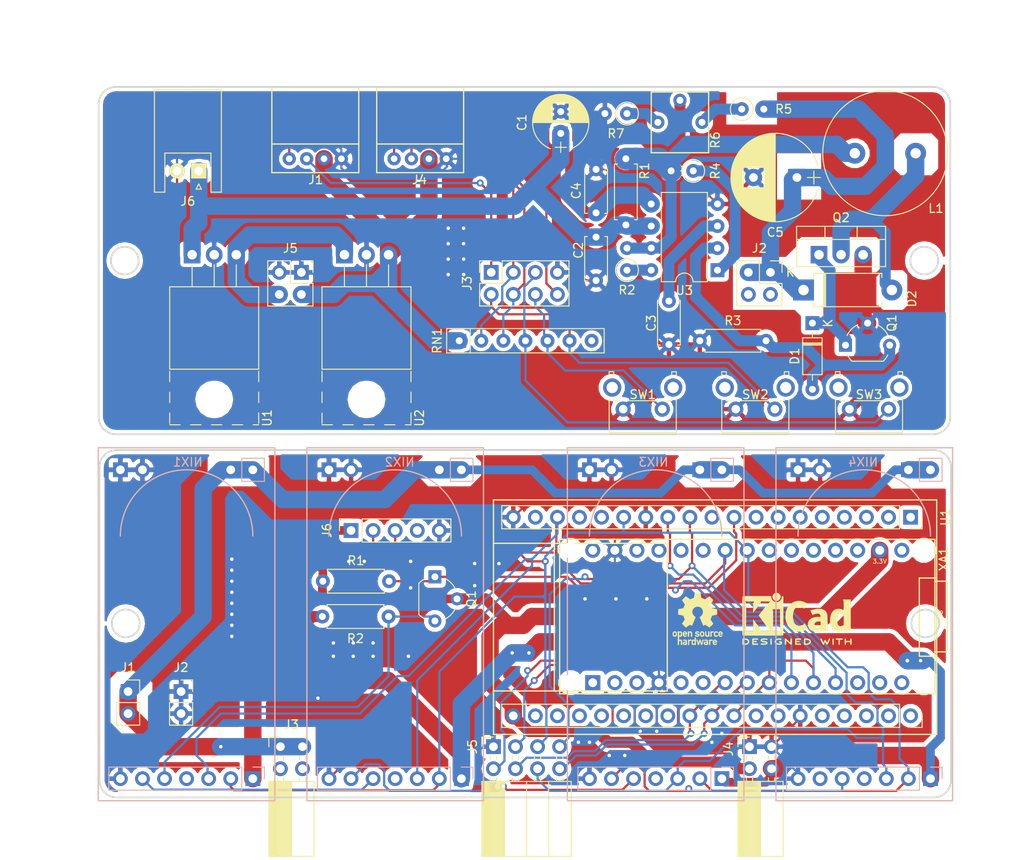
<source format=kicad_pcb>
(kicad_pcb (version 20171130) (host pcbnew "(5.0.1)-4")
  (layers (0 F.Cu signal) (31 B.Cu signal hide) (34 B.Paste user) (35 F.Paste user) (36 B.SilkS user) (37 F.SilkS user) (38 B.Mask user) (39 F.Mask user) (44 Edge.Cuts user))
  (net 0 "")
  (net 1 +HV)
  (net 2 GND)
  (net 3 +3V3)
  (net 4 /NIX_SDA)
  (net 5 /NIX_SCL)
  (net 6 /SW_MODE)
  (net 7 /SW_UP)
  (net 8 /SW_DOWN)
  (net 9 "Net-(NIX1-Pad6)")
  (net 10 "Net-(NIX2-Pad6)")
  (net 11 "Net-(NIX3-Pad6)")
  (net 12 /GROVE_GPIO_0)
  (net 13 /GROVE_GPIO_1)
  (net 14 +5V)
  (net 15 /LEDDATA_5V)
  (net 16 /LEDDATA)
  (net 17 +12V)
  (net 18 "Net-(C3-Pad1)")
  (net 19 "Net-(C4-Pad1)")
  (net 20 "Net-(D1-Pad1)")
  (net 21 "Net-(D1-Pad2)")
  (net 22 "Net-(D2-Pad2)")
  (net 23 "Net-(L1-Pad1)")
  (net 24 "Net-(R2-Pad1)")
  (net 25 "Net-(R4-Pad1)")
  (net 26 "Net-(R5-Pad1)")
  (net 27 "Net-(R6-Pad3)")
  (module BaseBoard:NixieModule (layer B.Cu) (at 145.542 92.837 180)
    (fp_text reference NIX2 (at 7.112 0.889 180) (layer B.SilkS) (effects (justify mirror)))
    (fp_text value Nixie_Module_IN-12_IN-14)
    (pad 11 thru_hole rect (at 15.24 0 270) (size 1.7 1.7) (drill 1) (layers *.Cu *.Mask) (net 2 GND))
    (pad 10 thru_hole oval (at 12.7 0 270) (size 1.7 1.7) (drill 1) (layers *.Cu *.Mask) (net 2 GND))
    (pad 1 thru_hole rect (at 0 -35.56) (size 1.7 1.7) (drill 1) (layers *.Cu *.Mask) (net 14 +5V))
    (pad 6 thru_hole oval (at 12.7 -35.56 90) (size 1.7 1.7) (drill 1) (layers *.Cu *.Mask) (net 10 "Net-(NIX2-Pad6)"))
    (pad 3 thru_hole oval (at 5.08 -35.56 90) (size 1.7 1.7) (drill 1) (layers *.Cu *.Mask) (net 5 /NIX_SCL))
    (pad 4 thru_hole oval (at 7.62 -35.56 90) (size 1.7 1.7) (drill 1) (layers *.Cu *.Mask))
    (pad 7 thru_hole oval (at 15.24 -35.56 90) (size 1.7 1.7) (drill 1) (layers *.Cu *.Mask) (net 2 GND))
    (pad 5 thru_hole oval (at 10.16 -35.56 90) (size 1.7 1.7) (drill 1) (layers *.Cu *.Mask) (net 9 "Net-(NIX1-Pad6)"))
    (pad 2 thru_hole oval (at 2.54 -35.56 90) (size 1.7 1.7) (drill 1) (layers *.Cu *.Mask) (net 4 /NIX_SDA))
    (pad 9 thru_hole rect (at 2.54 0 270) (size 1.7 1.7) (drill 1) (layers *.Cu *.Mask) (net 1 +HV))
    (pad 8 thru_hole oval (at 0 0 270) (size 1.7 1.7) (drill 1) (layers *.Cu *.Mask) (net 1 +HV))
  )
  (module BaseBoard:NixieModule (layer B.Cu) (at 175.514 92.837 180)
    (fp_text reference NIX3 (at 7.874 0.889 180) (layer B.SilkS) (effects (justify mirror)))
    (fp_text value Nixie_Module_IN-12_IN-14)
    (pad 8 thru_hole oval (at 0 0 270) (size 1.7 1.7) (drill 1) (layers *.Cu *.Mask) (net 1 +HV))
    (pad 9 thru_hole rect (at 2.54 0 270) (size 1.7 1.7) (drill 1) (layers *.Cu *.Mask) (net 1 +HV))
    (pad 2 thru_hole oval (at 2.54 -35.56 90) (size 1.7 1.7) (drill 1) (layers *.Cu *.Mask) (net 4 /NIX_SDA))
    (pad 5 thru_hole oval (at 10.16 -35.56 90) (size 1.7 1.7) (drill 1) (layers *.Cu *.Mask) (net 10 "Net-(NIX2-Pad6)"))
    (pad 7 thru_hole oval (at 15.24 -35.56 90) (size 1.7 1.7) (drill 1) (layers *.Cu *.Mask) (net 2 GND))
    (pad 4 thru_hole oval (at 7.62 -35.56 90) (size 1.7 1.7) (drill 1) (layers *.Cu *.Mask))
    (pad 3 thru_hole oval (at 5.08 -35.56 90) (size 1.7 1.7) (drill 1) (layers *.Cu *.Mask) (net 5 /NIX_SCL))
    (pad 6 thru_hole oval (at 12.7 -35.56 90) (size 1.7 1.7) (drill 1) (layers *.Cu *.Mask) (net 11 "Net-(NIX3-Pad6)"))
    (pad 1 thru_hole rect (at 0 -35.56) (size 1.7 1.7) (drill 1) (layers *.Cu *.Mask) (net 14 +5V))
    (pad 10 thru_hole oval (at 12.7 0 270) (size 1.7 1.7) (drill 1) (layers *.Cu *.Mask) (net 2 GND))
    (pad 11 thru_hole rect (at 15.24 0 270) (size 1.7 1.7) (drill 1) (layers *.Cu *.Mask) (net 2 GND))
  )
  (module Connector_PinSocket_2.54mm:PinSocket_1x02_P2.54mm_Vertical (layer F.Cu) (at 107.188 118.364)
    (fp_text reference J1 (at 0 -2.77) (layer F.SilkS))
    (fp_text value Conn_01x02_Female)
    (pad 1 thru_hole rect (at 0 0) (size 1.7 1.7) (drill 1) (layers *.Cu *.Mask) (net 1 +HV))
    (pad 2 thru_hole oval (at 0 2.54) (size 1.7 1.7) (drill 1) (layers *.Cu *.Mask) (net 1 +HV))
  )
  (module Connector_PinSocket_2.54mm:PinSocket_1x02_P2.54mm_Vertical (layer F.Cu) (at 113.284 118.364)
    (fp_text reference J2 (at 0 -2.77) (layer F.SilkS))
    (fp_text value Conn_01x02_Female)
    (pad 2 thru_hole oval (at 0 2.54) (size 1.7 1.7) (drill 1) (layers *.Cu *.Mask) (net 2 GND))
    (pad 1 thru_hole rect (at 0 0) (size 1.7 1.7) (drill 1) (layers *.Cu *.Mask) (net 2 GND))
  )
  (module Connector_PinSocket_2.54mm:PinSocket_2x02_P2.54mm_Horizontal (layer F.Cu) (at 124.714 124.714 90)
    (fp_text reference J3 (at 2.54 1.27) (layer F.SilkS))
    (fp_text value Conn_01x04_Male)
    (pad 4 thru_hole oval (at -2.54 2.54 90) (size 1.7 1.7) (drill 1) (layers *.Cu *.Mask))
    (pad 3 thru_hole oval (at 0 2.54 90) (size 1.7 1.7) (drill 1) (layers *.Cu *.Mask) (net 1 +HV))
    (pad 2 thru_hole oval (at -2.54 0 90) (size 1.7 1.7) (drill 1) (layers *.Cu *.Mask))
    (pad 1 thru_hole rect (at 0 0 90) (size 1.7 1.7) (drill 1) (layers *.Cu *.Mask) (net 1 +HV))
  )
  (module Connector_PinSocket_2.54mm:PinSocket_2x02_P2.54mm_Horizontal (layer F.Cu) (at 178.689 124.714 90)
    (fp_text reference J4 (at -0.254 -2.413 90) (layer F.SilkS))
    (fp_text value Conn_01x04_Male)
    (pad 1 thru_hole rect (at 0 0 90) (size 1.7 1.7) (drill 1) (layers *.Cu *.Mask) (net 2 GND))
    (pad 2 thru_hole oval (at -2.54 0 90) (size 1.7 1.7) (drill 1) (layers *.Cu *.Mask) (net 3 +3V3))
    (pad 3 thru_hole oval (at 0 2.54 90) (size 1.7 1.7) (drill 1) (layers *.Cu *.Mask) (net 2 GND))
    (pad 4 thru_hole oval (at -2.54 2.54 90) (size 1.7 1.7) (drill 1) (layers *.Cu *.Mask) (net 14 +5V))
  )
  (module Connector_PinSocket_2.54mm:PinSocket_2x04_P2.54mm_Horizontal (layer F.Cu) (at 149.225 124.714 90)
    (fp_text reference J5 (at 0 -2.413 90) (layer F.SilkS))
    (fp_text value Conn_01x08_Male)
    (pad 1 thru_hole rect (at 0 0 90) (size 1.7 1.7) (drill 1) (layers *.Cu *.Mask) (net 2 GND))
    (pad 2 thru_hole oval (at -2.54 0 90) (size 1.7 1.7) (drill 1) (layers *.Cu *.Mask) (net 12 /GROVE_GPIO_0))
    (pad 3 thru_hole oval (at 0 2.54 90) (size 1.7 1.7) (drill 1) (layers *.Cu *.Mask) (net 8 /SW_DOWN))
    (pad 4 thru_hole oval (at -2.54 2.54 90) (size 1.7 1.7) (drill 1) (layers *.Cu *.Mask) (net 6 /SW_MODE))
    (pad 5 thru_hole oval (at 0 5.08 90) (size 1.7 1.7) (drill 1) (layers *.Cu *.Mask) (net 4 /NIX_SDA))
    (pad 6 thru_hole oval (at -2.54 5.08 90) (size 1.7 1.7) (drill 1) (layers *.Cu *.Mask) (net 5 /NIX_SCL))
    (pad 7 thru_hole oval (at 0 7.62 90) (size 1.7 1.7) (drill 1) (layers *.Cu *.Mask) (net 13 /GROVE_GPIO_1))
    (pad 8 thru_hole oval (at -2.54 7.62 90) (size 1.7 1.7) (drill 1) (layers *.Cu *.Mask) (net 7 /SW_UP))
  )
  (module BaseBoard:NodeMCU-32S (layer F.Cu) (at 197.231 98.298 270)
    (fp_text reference U1 (at 0 -4 270) (layer F.SilkS))
    (fp_text value NodeMCU-32S)
    (pad 35 thru_hole oval (at 22.86 7.62 270) (size 1.7 1.7) (drill 1) (layers *.Cu *.Mask))
    (pad 31 thru_hole oval (at 22.86 17.78 270) (size 1.7 1.7) (drill 1) (layers *.Cu *.Mask))
    (pad 37 thru_hole oval (at 22.86 2.54 270) (size 1.7 1.7) (drill 1) (layers *.Cu *.Mask))
    (pad 28 thru_hole oval (at 22.86 25.4 270) (size 1.7 1.7) (drill 1) (layers *.Cu *.Mask) (net 6 /SW_MODE))
    (pad 24 thru_hole oval (at 22.86 35.56 270) (size 1.7 1.7) (drill 1) (layers *.Cu *.Mask))
    (pad 29 thru_hole oval (at 22.86 22.86 270) (size 1.7 1.7) (drill 1) (layers *.Cu *.Mask) (net 7 /SW_UP))
    (pad 34 thru_hole oval (at 22.86 10.16 270) (size 1.7 1.7) (drill 1) (layers *.Cu *.Mask))
    (pad 27 thru_hole oval (at 22.86 27.94 270) (size 1.7 1.7) (drill 1) (layers *.Cu *.Mask))
    (pad 22 thru_hole oval (at 22.86 40.64 270) (size 1.7 1.7) (drill 1) (layers *.Cu *.Mask))
    (pad 20 thru_hole oval (at 22.86 45.72 270) (size 1.7 1.7) (drill 1) (layers *.Cu *.Mask) (net 3 +3V3))
    (pad 21 thru_hole oval (at 22.86 43.18 270) (size 1.7 1.7) (drill 1) (layers *.Cu *.Mask))
    (pad 26 thru_hole oval (at 22.86 30.48 270) (size 1.7 1.7) (drill 1) (layers *.Cu *.Mask))
    (pad 33 thru_hole oval (at 22.86 12.7 270) (size 1.7 1.7) (drill 1) (layers *.Cu *.Mask) (net 2 GND))
    (pad 30 thru_hole oval (at 22.86 20.32 270) (size 1.7 1.7) (drill 1) (layers *.Cu *.Mask) (net 8 /SW_DOWN))
    (pad 36 thru_hole oval (at 22.86 5.08 270) (size 1.7 1.7) (drill 1) (layers *.Cu *.Mask))
    (pad 25 thru_hole oval (at 22.86 33.02 270) (size 1.7 1.7) (drill 1) (layers *.Cu *.Mask))
    (pad 23 thru_hole oval (at 22.86 38.1 270) (size 1.7 1.7) (drill 1) (layers *.Cu *.Mask))
    (pad 32 thru_hole oval (at 22.86 15.24 270) (size 1.7 1.7) (drill 1) (layers *.Cu *.Mask))
    (pad 38 thru_hole circle (at 22.86 0 270) (size 1.7 1.7) (drill 1) (layers *.Cu *.Mask))
    (pad 19 thru_hole oval (at 0 45.72 270) (size 1.7 1.7) (drill 1) (layers *.Cu *.Mask) (net 2 GND))
    (pad 18 thru_hole oval (at 0 43.18 270) (size 1.7 1.7) (drill 1) (layers *.Cu *.Mask))
    (pad 17 thru_hole oval (at 0 40.64 270) (size 1.7 1.7) (drill 1) (layers *.Cu *.Mask) (net 5 /NIX_SCL))
    (pad 16 thru_hole oval (at 0 38.1 270) (size 1.7 1.7) (drill 1) (layers *.Cu *.Mask))
    (pad 15 thru_hole oval (at 0 35.56 270) (size 1.7 1.7) (drill 1) (layers *.Cu *.Mask))
    (pad 14 thru_hole oval (at 0 33.02 270) (size 1.7 1.7) (drill 1) (layers *.Cu *.Mask) (net 4 /NIX_SDA))
    (pad 13 thru_hole oval (at 0 30.48 270) (size 1.7 1.7) (drill 1) (layers *.Cu *.Mask) (net 2 GND))
    (pad 12 thru_hole oval (at 0 27.94 270) (size 1.7 1.7) (drill 1) (layers *.Cu *.Mask) (net 12 /GROVE_GPIO_0))
    (pad 11 thru_hole oval (at 0 25.4 270) (size 1.7 1.7) (drill 1) (layers *.Cu *.Mask) (net 13 /GROVE_GPIO_1))
    (pad 10 thru_hole oval (at 0 22.86 270) (size 1.7 1.7) (drill 1) (layers *.Cu *.Mask))
    (pad 9 thru_hole oval (at 0 20.32 270) (size 1.7 1.7) (drill 1) (layers *.Cu *.Mask) (net 16 /LEDDATA))
    (pad 8 thru_hole oval (at 0 17.78 270) (size 1.7 1.7) (drill 1) (layers *.Cu *.Mask))
    (pad 7 thru_hole oval (at 0 15.24 270) (size 1.7 1.7) (drill 1) (layers *.Cu *.Mask))
    (pad 6 thru_hole oval (at 0 12.7 270) (size 1.7 1.7) (drill 1) (layers *.Cu *.Mask))
    (pad 5 thru_hole oval (at 0 10.16 270) (size 1.7 1.7) (drill 1) (layers *.Cu *.Mask))
    (pad 4 thru_hole oval (at 0 7.62 270) (size 1.7 1.7) (drill 1) (layers *.Cu *.Mask))
    (pad 3 thru_hole oval (at 0 5.08 270) (size 1.7 1.7) (drill 1) (layers *.Cu *.Mask))
    (pad 2 thru_hole oval (at 0 2.54 270) (size 1.7 1.7) (drill 1) (layers *.Cu *.Mask))
    (pad 1 thru_hole rect (at 0 0 270) (size 1.7 1.7) (drill 1) (layers *.Cu *.Mask))
  )
  (module Arduino:Arduino_Nano_Socket (layer F.Cu) (at 200.025 109.728 90)
    (fp_text reference XA1 (at 6.604 1.016 90) (layer F.SilkS))
    (fp_text value Arduino_Nano_Socket)
    (fp_text user USB (at 0 0.635 90) (layer F.SilkS) (effects (font (size 0.5 0.5) (thickness 0.075))))
    (fp_text user 3.3V (at 6.35 -6.35 180) (layer F.SilkS) (effects (font (size 0.5 0.5) (thickness 0.075))))
    (pad VIN thru_hole circle (at 7.62 -39.37 90) (size 1.7272 1.7272) (drill 1.016) (layers *.Cu *.Mask))
    (pad GND2 thru_hole circle (at 7.62 -36.83 90) (size 1.7272 1.7272) (drill 1.016) (layers *.Cu *.Mask) (net 2 GND))
    (pad RST2 thru_hole circle (at 7.62 -34.29 90) (size 1.7272 1.7272) (drill 1.016) (layers *.Cu *.Mask))
    (pad 5V thru_hole circle (at 7.62 -31.75 90) (size 1.7272 1.7272) (drill 1.016) (layers *.Cu *.Mask))
    (pad A7 thru_hole circle (at 7.62 -29.21 90) (size 1.7272 1.7272) (drill 1.016) (layers *.Cu *.Mask))
    (pad A6 thru_hole circle (at 7.62 -26.67 90) (size 1.7272 1.7272) (drill 1.016) (layers *.Cu *.Mask))
    (pad A5 thru_hole circle (at 7.62 -24.13 90) (size 1.7272 1.7272) (drill 1.016) (layers *.Cu *.Mask) (net 5 /NIX_SCL))
    (pad A4 thru_hole circle (at 7.62 -21.59 90) (size 1.7272 1.7272) (drill 1.016) (layers *.Cu *.Mask) (net 4 /NIX_SDA))
    (pad A3 thru_hole circle (at 7.62 -19.05 90) (size 1.7272 1.7272) (drill 1.016) (layers *.Cu *.Mask))
    (pad A2 thru_hole circle (at 7.62 -16.51 90) (size 1.7272 1.7272) (drill 1.016) (layers *.Cu *.Mask))
    (pad A1 thru_hole circle (at 7.62 -13.97 90) (size 1.7272 1.7272) (drill 1.016) (layers *.Cu *.Mask))
    (pad A0 thru_hole circle (at 7.62 -11.43 90) (size 1.7272 1.7272) (drill 1.016) (layers *.Cu *.Mask))
    (pad AREF thru_hole circle (at 7.62 -8.89 90) (size 1.7272 1.7272) (drill 1.016) (layers *.Cu *.Mask))
    (pad 3V3 thru_hole circle (at 7.62 -6.35 90) (size 1.7272 1.7272) (drill 1.016) (layers *.Cu *.Mask) (net 3 +3V3))
    (pad D13 thru_hole circle (at 7.62 -3.81 90) (size 1.7272 1.7272) (drill 1.016) (layers *.Cu *.Mask))
    (pad D12 thru_hole circle (at -7.62 -3.81 90) (size 1.7272 1.7272) (drill 1.016) (layers *.Cu *.Mask))
    (pad D11 thru_hole circle (at -7.62 -6.35 90) (size 1.7272 1.7272) (drill 1.016) (layers *.Cu *.Mask))
    (pad D10 thru_hole circle (at -7.62 -8.89 90) (size 1.7272 1.7272) (drill 1.016) (layers *.Cu *.Mask))
    (pad D9 thru_hole circle (at -7.62 -11.43 90) (size 1.7272 1.7272) (drill 1.016) (layers *.Cu *.Mask) (net 13 /GROVE_GPIO_1))
    (pad D8 thru_hole circle (at -7.62 -13.97 90) (size 1.7272 1.7272) (drill 1.016) (layers *.Cu *.Mask) (net 12 /GROVE_GPIO_0))
    (pad D7 thru_hole circle (at -7.62 -16.51 90) (size 1.7272 1.7272) (drill 1.016) (layers *.Cu *.Mask) (net 16 /LEDDATA))
    (pad D6 thru_hole circle (at -7.62 -19.05 90) (size 1.7272 1.7272) (drill 1.016) (layers *.Cu *.Mask) (net 8 /SW_DOWN))
    (pad D5 thru_hole circle (at -7.62 -21.59 90) (size 1.7272 1.7272) (drill 1.016) (layers *.Cu *.Mask) (net 7 /SW_UP))
    (pad D4 thru_hole circle (at -7.62 -24.13 90) (size 1.7272 1.7272) (drill 1.016) (layers *.Cu *.Mask) (net 6 /SW_MODE))
    (pad D3 thru_hole circle (at -7.62 -26.67 90) (size 1.7272 1.7272) (drill 1.016) (layers *.Cu *.Mask))
    (pad D2 thru_hole circle (at -7.62 -29.21 90) (size 1.7272 1.7272) (drill 1.016) (layers *.Cu *.Mask))
    (pad GND1 thru_hole circle (at -7.62 -31.75 90) (size 1.7272 1.7272) (drill 1.016) (layers *.Cu *.Mask) (net 2 GND))
    (pad RST1 thru_hole circle (at -7.62 -34.29 90) (size 1.7272 1.7272) (drill 1.016) (layers *.Cu *.Mask))
    (pad D0 thru_hole circle (at -7.62 -36.83 90) (size 1.7272 1.7272) (drill 1.016) (layers *.Cu *.Mask))
    (pad D1 thru_hole rect (at -7.62 -39.37 90) (size 1.7272 1.7272) (drill 1.016) (layers *.Cu *.Mask))
    (pad "" np_thru_hole circle (at -7.62 -41.91 90) (size 1.85 1.85) (drill 1.85) (layers *.Cu *.Mask))
    (pad "" np_thru_hole circle (at 7.62 -41.91 90) (size 1.85 1.85) (drill 1.85) (layers *.Cu *.Mask))
    (pad "" np_thru_hole circle (at -7.62 -1.27 90) (size 1.85 1.85) (drill 1.85) (layers *.Cu *.Mask))
    (pad "" np_thru_hole circle (at 7.62 -1.27 90) (size 1.85 1.85) (drill 1.85) (layers *.Cu *.Mask))
  )
  (module BaseBoard:NixieModule (layer B.Cu) (at 121.539 92.837 180)
    (fp_text reference NIX1 (at 7.493 0.889 180) (layer B.SilkS) (effects (justify mirror)))
    (fp_text value Nixie_Module_IN-12_IN-14)
    (pad 8 thru_hole oval (at 0 0 270) (size 1.7 1.7) (drill 1) (layers *.Cu *.Mask) (net 1 +HV))
    (pad 9 thru_hole rect (at 2.54 0 270) (size 1.7 1.7) (drill 1) (layers *.Cu *.Mask) (net 1 +HV))
    (pad 2 thru_hole oval (at 2.54 -35.56 90) (size 1.7 1.7) (drill 1) (layers *.Cu *.Mask) (net 4 /NIX_SDA))
    (pad 5 thru_hole oval (at 10.16 -35.56 90) (size 1.7 1.7) (drill 1) (layers *.Cu *.Mask) (net 15 /LEDDATA_5V))
    (pad 7 thru_hole oval (at 15.24 -35.56 90) (size 1.7 1.7) (drill 1) (layers *.Cu *.Mask) (net 2 GND))
    (pad 4 thru_hole oval (at 7.62 -35.56 90) (size 1.7 1.7) (drill 1) (layers *.Cu *.Mask))
    (pad 3 thru_hole oval (at 5.08 -35.56 90) (size 1.7 1.7) (drill 1) (layers *.Cu *.Mask) (net 5 /NIX_SCL))
    (pad 6 thru_hole oval (at 12.7 -35.56 90) (size 1.7 1.7) (drill 1) (layers *.Cu *.Mask) (net 9 "Net-(NIX1-Pad6)"))
    (pad 1 thru_hole rect (at 0 -35.56) (size 1.7 1.7) (drill 1) (layers *.Cu *.Mask) (net 14 +5V))
    (pad 10 thru_hole oval (at 12.7 0 270) (size 1.7 1.7) (drill 1) (layers *.Cu *.Mask) (net 2 GND))
    (pad 11 thru_hole rect (at 15.24 0 270) (size 1.7 1.7) (drill 1) (layers *.Cu *.Mask) (net 2 GND))
  )
  (module BaseBoard:NixieModule (layer B.Cu) (at 199.517 92.837 180)
    (fp_text reference NIX4 (at 7.747 0.889 180) (layer B.SilkS) (effects (justify mirror)))
    (fp_text value Nixie_Module_IN-12_IN-14)
    (pad 11 thru_hole rect (at 15.24 0 270) (size 1.7 1.7) (drill 1) (layers *.Cu *.Mask) (net 2 GND))
    (pad 10 thru_hole oval (at 12.7 0 270) (size 1.7 1.7) (drill 1) (layers *.Cu *.Mask) (net 2 GND))
    (pad 1 thru_hole rect (at 0 -35.56) (size 1.7 1.7) (drill 1) (layers *.Cu *.Mask) (net 14 +5V))
    (pad 6 thru_hole oval (at 12.7 -35.56 90) (size 1.7 1.7) (drill 1) (layers *.Cu *.Mask))
    (pad 3 thru_hole oval (at 5.08 -35.56 90) (size 1.7 1.7) (drill 1) (layers *.Cu *.Mask) (net 5 /NIX_SCL))
    (pad 4 thru_hole oval (at 7.62 -35.56 90) (size 1.7 1.7) (drill 1) (layers *.Cu *.Mask))
    (pad 7 thru_hole oval (at 15.24 -35.56 90) (size 1.7 1.7) (drill 1) (layers *.Cu *.Mask) (net 2 GND))
    (pad 5 thru_hole oval (at 10.16 -35.56 90) (size 1.7 1.7) (drill 1) (layers *.Cu *.Mask) (net 11 "Net-(NIX3-Pad6)"))
    (pad 2 thru_hole oval (at 2.54 -35.56 90) (size 1.7 1.7) (drill 1) (layers *.Cu *.Mask) (net 4 /NIX_SDA))
    (pad 9 thru_hole rect (at 2.54 0 270) (size 1.7 1.7) (drill 1) (layers *.Cu *.Mask) (net 1 +HV))
    (pad 8 thru_hole oval (at 0 0 270) (size 1.7 1.7) (drill 1) (layers *.Cu *.Mask) (net 1 +HV))
  )
  (module Pin_Sockets:PinSocket_1x05_P2.54mm_Vertical (layer F.Cu) (at 132.842 99.822 90)
    (fp_text reference J6 (at 0 -2.77 90) (layer F.SilkS))
    (fp_text value Conn_01x05_Female)
    (pad 1 thru_hole rect (at 0 0 90) (size 1.7 1.7) (drill 1) (layers *.Cu *.Mask) (net 3 +3V3))
    (pad 2 thru_hole oval (at 0 2.54 90) (size 1.7 1.7) (drill 1) (layers *.Cu *.Mask) (net 4 /NIX_SDA))
    (pad 3 thru_hole oval (at 0 5.08 90) (size 1.7 1.7) (drill 1) (layers *.Cu *.Mask) (net 5 /NIX_SCL))
    (pad 4 thru_hole oval (at 0 7.62 90) (size 1.7 1.7) (drill 1) (layers *.Cu *.Mask))
    (pad 5 thru_hole oval (at 0 10.16 90) (size 1.7 1.7) (drill 1) (layers *.Cu *.Mask) (net 2 GND))
  )
  (module TO_SOT_THT:TO-92_Wide (layer F.Cu) (at 142.494 105.156 270)
    (fp_text reference Q1 (at 2.55 -4.19 270) (layer F.SilkS))
    (fp_text value Q_NMOS_SGD)
    (pad 2 thru_hole circle (at 2.54 -2.54) (size 1.5 1.5) (drill 0.8) (layers *.Cu *.Mask) (net 3 +3V3))
    (pad 3 thru_hole circle (at 5.08 0) (size 1.5 1.5) (drill 0.8) (layers *.Cu *.Mask) (net 15 /LEDDATA_5V))
    (pad 1 thru_hole rect (at 0 0) (size 1.5 1.5) (drill 0.8) (layers *.Cu *.Mask) (net 16 /LEDDATA))
  )
  (module Resistor_THT:R_Axial_DIN0207_L6.3mm_D2.5mm_P7.62mm_Horizontal (layer F.Cu) (at 129.599001 105.664)
    (fp_text reference R1 (at 3.81 -2.37) (layer F.SilkS))
    (fp_text value 4.7k)
    (pad 1 thru_hole circle (at 0 0) (size 1.6 1.6) (drill 0.8) (layers *.Cu *.Mask) (net 3 +3V3))
    (pad 2 thru_hole oval (at 7.62 0) (size 1.6 1.6) (drill 0.8) (layers *.Cu *.Mask) (net 16 /LEDDATA))
  )
  (module Resistor_THT:R_Axial_DIN0207_L6.3mm_D2.5mm_P7.62mm_Horizontal (layer F.Cu) (at 129.54 109.728)
    (fp_text reference R2 (at 3.81 2.54) (layer F.SilkS))
    (fp_text value 4.7k)
    (pad 2 thru_hole oval (at 7.62 0) (size 1.6 1.6) (drill 0.8) (layers *.Cu *.Mask) (net 15 /LEDDATA_5V))
    (pad 1 thru_hole circle (at 0 0) (size 1.6 1.6) (drill 0.8) (layers *.Cu *.Mask) (net 14 +5V))
  )
  (module logo:fablab_logo_5mm (layer F.Cu) (at 121.158 99.822 90)
    (fp_text reference G*** hide)
    (fp_text value LOGO hide)
  )
  (module Symbols:OSHW-Logo_5.7x6mm_SilkScreen (layer F.Cu) (at 172.72 109.982)
    (fp_text reference REF** hide)
    (fp_text value OSHW-Logo_5.7x6mm_SilkScreen hide)
  )
  (module Symbols:KiCad-Logo2_6mm_SilkScreen (layer F.Cu) (at 184.15 109.982)
    (fp_text reference REF** hide)
    (fp_text value KiCad-Logo2_6mm_SilkScreen hide)
  )
  (module TO_SOT_THT:TO-220-3_Horizontal_TabUp (layer F.Cu) (at 114.554 68.072)
    (fp_text reference U1 (at 8.636 18.796 90) (layer F.SilkS))
    (fp_text value NJM7805S)
    (pad "" np_thru_hole oval (at 2.54 16.66) (size 3.5 3.5) (drill 3.5) (layers *.Cu *.Mask))
    (pad 1 thru_hole rect (at 0 0) (size 1.905 2) (drill 1.1) (layers *.Cu *.Mask) (net 17 +12V))
    (pad 2 thru_hole oval (at 2.54 0) (size 1.905 2) (drill 1.1) (layers *.Cu *.Mask) (net 2 GND))
    (pad 3 thru_hole oval (at 5.08 0) (size 1.905 2) (drill 1.1) (layers *.Cu *.Mask) (net 14 +5V))
  )
  (module NixiePowerSupply:Inductors_LHL13NB471K (layer F.Cu) (at 194.31 56.388)
    (fp_text reference L1 (at 5.842 6.35) (layer F.SilkS))
    (fp_text value 470uH)
    (pad 1 thru_hole circle (at -3.5 0) (size 2.4 2.4) (drill 1.2) (layers *.Cu *.Mask) (net 23 "Net-(L1-Pad1)"))
    (pad 2 thru_hole circle (at 3.5 0) (size 2.4 2.4) (drill 1.2) (layers *.Cu *.Mask) (net 22 "Net-(D2-Pad2)"))
  )
  (module Connector_PinSocket_2.54mm:PinSocket_2x02_P2.54mm_Vertical (layer F.Cu) (at 181.102 70.104)
    (fp_text reference J2 (at -1.27 -2.77) (layer F.SilkS))
    (fp_text value Conn_01x04_Female)
    (pad 1 thru_hole rect (at 0 0) (size 1.7 1.7) (drill 1) (layers *.Cu *.Mask) (net 1 +HV))
    (pad 2 thru_hole oval (at -2.54 0) (size 1.7 1.7) (drill 1) (layers *.Cu *.Mask) (net 1 +HV))
    (pad 3 thru_hole oval (at 0 2.54) (size 1.7 1.7) (drill 1) (layers *.Cu *.Mask))
    (pad 4 thru_hole oval (at -2.54 2.54) (size 1.7 1.7) (drill 1) (layers *.Cu *.Mask))
  )
  (module Capacitors_THT:CP_Radial_D6.3mm_P2.50mm (layer F.Cu) (at 156.972 54.102 90)
    (fp_text reference C1 (at 1.25 -4.46 90) (layer F.SilkS))
    (fp_text value 100uF_16V)
    (pad 1 thru_hole rect (at 0 0 90) (size 1.6 1.6) (drill 0.8) (layers *.Cu *.Mask) (net 17 +12V))
    (pad 2 thru_hole circle (at 2.5 0 90) (size 1.6 1.6) (drill 0.8) (layers *.Cu *.Mask) (net 2 GND))
  )
  (module Capacitors_THT:C_Disc_D5.0mm_W2.5mm_P5.00mm (layer F.Cu) (at 161.036 66.04 270)
    (fp_text reference C2 (at 1.524 2.032 270) (layer F.SilkS))
    (fp_text value 0.1uF)
    (pad 1 thru_hole circle (at 0 0 270) (size 1.6 1.6) (drill 0.8) (layers *.Cu *.Mask) (net 17 +12V))
    (pad 2 thru_hole circle (at 5 0 270) (size 1.6 1.6) (drill 0.8) (layers *.Cu *.Mask) (net 2 GND))
  )
  (module Capacitors_THT:C_Disc_D5.0mm_W2.5mm_P5.00mm (layer F.Cu) (at 169.418 73.406 270)
    (fp_text reference C3 (at 2.54 2.032 270) (layer F.SilkS))
    (fp_text value 1000pF)
    (pad 2 thru_hole circle (at 5 0 270) (size 1.6 1.6) (drill 0.8) (layers *.Cu *.Mask) (net 2 GND))
    (pad 1 thru_hole circle (at 0 0 270) (size 1.6 1.6) (drill 0.8) (layers *.Cu *.Mask) (net 18 "Net-(C3-Pad1)"))
  )
  (module Capacitors_THT:C_Disc_D5.0mm_W2.5mm_P5.00mm (layer F.Cu) (at 161.036 63.246 90)
    (fp_text reference C4 (at 2.54 -2.286 90) (layer F.SilkS))
    (fp_text value 0.1uF)
    (pad 1 thru_hole circle (at 0 0 90) (size 1.6 1.6) (drill 0.8) (layers *.Cu *.Mask) (net 19 "Net-(C4-Pad1)"))
    (pad 2 thru_hole circle (at 5 0 90) (size 1.6 1.6) (drill 0.8) (layers *.Cu *.Mask) (net 2 GND))
  )
  (module Capacitors_THT:CP_Radial_D10.0mm_P5.00mm (layer F.Cu) (at 184.15 59.182 180)
    (fp_text reference C5 (at 2.5 -6.31 180) (layer F.SilkS))
    (fp_text value 4.7u_400V)
    (pad 1 thru_hole rect (at 0 0 180) (size 2 2) (drill 1) (layers *.Cu *.Mask) (net 1 +HV))
    (pad 2 thru_hole circle (at 5 0 180) (size 2 2) (drill 1) (layers *.Cu *.Mask) (net 2 GND))
  )
  (module Diode_THT:D_DO-35_SOD27_P7.62mm_Horizontal (layer F.Cu) (at 185.928 75.946 270)
    (fp_text reference D1 (at 3.81 2.032 270) (layer F.SilkS))
    (fp_text value 1N4148)
    (fp_text user K (at 0 -1.8 270) (layer F.SilkS))
    (pad 1 thru_hole rect (at 0 0 270) (size 1.6 1.6) (drill 0.8) (layers *.Cu *.Mask) (net 20 "Net-(D1-Pad1)"))
    (pad 2 thru_hole oval (at 7.62 0 270) (size 1.6 1.6) (drill 0.8) (layers *.Cu *.Mask) (net 21 "Net-(D1-Pad2)"))
  )
  (module Diode_THT:D_DO-15_P10.16mm_Horizontal (layer F.Cu) (at 184.912 72.136)
    (fp_text reference D2 (at 12.446 1.016 90) (layer F.SilkS))
    (fp_text value UF2010)
    (fp_text user K (at -1.524 -2.032) (layer F.SilkS))
    (pad 1 thru_hole rect (at 0 0) (size 2.4 2.4) (drill 1.2) (layers *.Cu *.Mask) (net 1 +HV))
    (pad 2 thru_hole oval (at 10.16 0) (size 2.4 2.4) (drill 1.2) (layers *.Cu *.Mask) (net 22 "Net-(D2-Pad2)"))
  )
  (module TO_SOT_THT:TO-92_Wide (layer F.Cu) (at 189.738 78.486)
    (fp_text reference Q1 (at 5.334 -2.54 90) (layer F.SilkS))
    (fp_text value 2SA1015)
    (pad 2 thru_hole circle (at 2.54 -2.54 90) (size 1.5 1.5) (drill 0.8) (layers *.Cu *.Mask) (net 2 GND))
    (pad 3 thru_hole circle (at 5.08 0 90) (size 1.5 1.5) (drill 0.8) (layers *.Cu *.Mask) (net 21 "Net-(D1-Pad2)"))
    (pad 1 thru_hole rect (at 0 0 90) (size 1.5 1.5) (drill 0.8) (layers *.Cu *.Mask) (net 20 "Net-(D1-Pad1)"))
  )
  (module TO_SOT_THT:TO-220-3_Vertical (layer F.Cu) (at 186.69 68.072)
    (fp_text reference Q2 (at 2.54 -4.27) (layer F.SilkS))
    (fp_text value 2SK3115)
    (pad 1 thru_hole rect (at 0 0) (size 1.905 2) (drill 1.1) (layers *.Cu *.Mask) (net 20 "Net-(D1-Pad1)"))
    (pad 2 thru_hole oval (at 2.54 0) (size 1.905 2) (drill 1.1) (layers *.Cu *.Mask) (net 22 "Net-(D2-Pad2)"))
    (pad 3 thru_hole oval (at 5.08 0) (size 1.905 2) (drill 1.1) (layers *.Cu *.Mask) (net 2 GND))
  )
  (module Resistors_THT:R_Axial_DIN0207_L6.3mm_D2.5mm_P2.54mm_Vertical (layer F.Cu) (at 164.592 69.85 90)
    (fp_text reference R2 (at -2.286 0) (layer F.SilkS))
    (fp_text value 680)
    (pad 1 thru_hole circle (at 0 0 90) (size 1.6 1.6) (drill 0.8) (layers *.Cu *.Mask) (net 24 "Net-(R2-Pad1)"))
    (pad 2 thru_hole oval (at 2.54 0 90) (size 1.6 1.6) (drill 0.8) (layers *.Cu *.Mask) (net 23 "Net-(L1-Pad1)"))
  )
  (module Resistors_THT:R_Axial_DIN0207_L6.3mm_D2.5mm_P2.54mm_Vertical (layer F.Cu) (at 172.212 58.42 180)
    (fp_text reference R4 (at -2.54 0 270) (layer F.SilkS))
    (fp_text value 1k)
    (pad 2 thru_hole oval (at 2.54 0 180) (size 1.6 1.6) (drill 0.8) (layers *.Cu *.Mask) (net 23 "Net-(L1-Pad1)"))
    (pad 1 thru_hole circle (at 0 0 180) (size 1.6 1.6) (drill 0.8) (layers *.Cu *.Mask) (net 25 "Net-(R4-Pad1)"))
  )
  (module Resistors_THT:R_Axial_DIN0207_L6.3mm_D2.5mm_P2.54mm_Vertical (layer F.Cu) (at 177.8 51.308)
    (fp_text reference R5 (at 4.826 0) (layer F.SilkS))
    (fp_text value 470k)
    (pad 2 thru_hole oval (at 2.54 0) (size 1.6 1.6) (drill 0.8) (layers *.Cu *.Mask) (net 1 +HV))
    (pad 1 thru_hole circle (at 0 0) (size 1.6 1.6) (drill 0.8) (layers *.Cu *.Mask) (net 26 "Net-(R5-Pad1)"))
  )
  (module Resistors_THT:R_Axial_DIN0207_L6.3mm_D2.5mm_P2.54mm_Vertical (layer F.Cu) (at 164.592 51.816 180)
    (fp_text reference R7 (at 1.27 -2.31 180) (layer F.SilkS))
    (fp_text value 2.2k)
    (pad 1 thru_hole circle (at 0 0 180) (size 1.6 1.6) (drill 0.8) (layers *.Cu *.Mask) (net 27 "Net-(R6-Pad3)"))
    (pad 2 thru_hole oval (at 2.54 0 180) (size 1.6 1.6) (drill 0.8) (layers *.Cu *.Mask) (net 2 GND))
  )
  (module Button_Switch_THT:SW_Tactile_SPST_Angled_PTS645Vx31-2LFS (layer F.Cu) (at 168.656 85.852 180)
    (fp_text reference SW1 (at 2.25 1.68 180) (layer F.SilkS))
    (fp_text value SW_Push)
    (pad "" thru_hole circle (at 5.76 2.49 180) (size 2.1 2.1) (drill 1.3) (layers *.Cu *.Mask))
    (pad 2 thru_hole circle (at 4.5 0 180) (size 1.75 1.75) (drill 0.99) (layers *.Cu *.Mask) (net 2 GND))
    (pad 1 thru_hole circle (at 0 0 180) (size 1.75 1.75) (drill 0.99) (layers *.Cu *.Mask) (net 6 /SW_MODE))
    (pad "" thru_hole circle (at -1.25 2.49 180) (size 2.1 2.1) (drill 1.3) (layers *.Cu *.Mask))
  )
  (module Button_Switch_THT:SW_Tactile_SPST_Angled_PTS645Vx31-2LFS (layer F.Cu) (at 181.61 85.852 180)
    (fp_text reference SW2 (at 2.25 1.68 180) (layer F.SilkS))
    (fp_text value SW_Push)
    (pad "" thru_hole circle (at -1.25 2.49 180) (size 2.1 2.1) (drill 1.3) (layers *.Cu *.Mask))
    (pad 1 thru_hole circle (at 0 0 180) (size 1.75 1.75) (drill 0.99) (layers *.Cu *.Mask) (net 7 /SW_UP))
    (pad 2 thru_hole circle (at 4.5 0 180) (size 1.75 1.75) (drill 0.99) (layers *.Cu *.Mask) (net 2 GND))
    (pad "" thru_hole circle (at 5.76 2.49 180) (size 2.1 2.1) (drill 1.3) (layers *.Cu *.Mask))
  )
  (module Button_Switch_THT:SW_Tactile_SPST_Angled_PTS645Vx31-2LFS (layer F.Cu) (at 194.691 85.852 180)
    (fp_text reference SW3 (at 2.25 1.68 180) (layer F.SilkS))
    (fp_text value SW_Push)
    (pad "" thru_hole circle (at 5.76 2.49 180) (size 2.1 2.1) (drill 1.3) (layers *.Cu *.Mask))
    (pad 2 thru_hole circle (at 4.5 0 180) (size 1.75 1.75) (drill 0.99) (layers *.Cu *.Mask) (net 2 GND))
    (pad 1 thru_hole circle (at 0 0 180) (size 1.75 1.75) (drill 0.99) (layers *.Cu *.Mask) (net 8 /SW_DOWN))
    (pad "" thru_hole circle (at -1.25 2.49 180) (size 2.1 2.1) (drill 1.3) (layers *.Cu *.Mask))
  )
  (module Packages_DIP:DIP-8_W7.62mm (layer F.Cu) (at 175.006 69.85 180)
    (fp_text reference U3 (at 3.81 -2.33 180) (layer F.SilkS))
    (fp_text value MC34063A)
    (pad 1 thru_hole rect (at 0 0 180) (size 1.6 1.6) (drill 0.8) (layers *.Cu *.Mask) (net 25 "Net-(R4-Pad1)"))
    (pad 5 thru_hole oval (at 7.62 7.62 180) (size 1.6 1.6) (drill 0.8) (layers *.Cu *.Mask) (net 19 "Net-(C4-Pad1)"))
    (pad 2 thru_hole oval (at 0 2.54 180) (size 1.6 1.6) (drill 0.8) (layers *.Cu *.Mask) (net 21 "Net-(D1-Pad2)"))
    (pad 6 thru_hole oval (at 7.62 5.08 180) (size 1.6 1.6) (drill 0.8) (layers *.Cu *.Mask) (net 17 +12V))
    (pad 3 thru_hole oval (at 0 5.08 180) (size 1.6 1.6) (drill 0.8) (layers *.Cu *.Mask) (net 18 "Net-(C3-Pad1)"))
    (pad 7 thru_hole oval (at 7.62 2.54 180) (size 1.6 1.6) (drill 0.8) (layers *.Cu *.Mask) (net 23 "Net-(L1-Pad1)"))
    (pad 4 thru_hole oval (at 0 7.62 180) (size 1.6 1.6) (drill 0.8) (layers *.Cu *.Mask) (net 2 GND))
    (pad 8 thru_hole oval (at 7.62 0 180) (size 1.6 1.6) (drill 0.8) (layers *.Cu *.Mask) (net 24 "Net-(R2-Pad1)"))
  )
  (module NixiePowerSupply:VOL_3362P-1-202LF (layer F.Cu) (at 170.688 52.832 180)
    (fp_text reference R6 (at -4.064 -2.032 90) (layer F.SilkS))
    (fp_text value VR_2K)
    (pad 2 thru_hole circle (at 0 2.54 180) (size 1.524 1.524) (drill 0.8) (layers *.Cu *.Mask) (net 19 "Net-(C4-Pad1)"))
    (pad 3 thru_hole circle (at 2.54 0 180) (size 1.524 1.524) (drill 0.8) (layers *.Cu *.Mask) (net 27 "Net-(R6-Pad3)"))
    (pad 1 thru_hole circle (at -2.54 0 180) (size 1.524 1.524) (drill 0.8) (layers *.Cu *.Mask) (net 26 "Net-(R5-Pad1)"))
  )
  (module Resistors_THT:R_Array_SIP7 (layer F.Cu) (at 145.288 77.978)
    (fp_text reference RN1 (at -2.54 0 90) (layer F.SilkS))
    (fp_text value R_Network06)
    (pad 1 thru_hole rect (at 0 0) (size 1.6 1.6) (drill 0.8) (layers *.Cu *.Mask) (net 3 +3V3))
    (pad 2 thru_hole oval (at 2.54 0) (size 1.6 1.6) (drill 0.8) (layers *.Cu *.Mask) (net 4 /NIX_SDA))
    (pad 3 thru_hole oval (at 5.08 0) (size 1.6 1.6) (drill 0.8) (layers *.Cu *.Mask) (net 5 /NIX_SCL))
    (pad 4 thru_hole oval (at 7.62 0) (size 1.6 1.6) (drill 0.8) (layers *.Cu *.Mask) (net 8 /SW_DOWN))
    (pad 5 thru_hole oval (at 10.16 0) (size 1.6 1.6) (drill 0.8) (layers *.Cu *.Mask) (net 6 /SW_MODE))
    (pad 6 thru_hole oval (at 12.7 0) (size 1.6 1.6) (drill 0.8) (layers *.Cu *.Mask) (net 7 /SW_UP))
    (pad 7 thru_hole oval (at 15.24 0) (size 1.6 1.6) (drill 0.8) (layers *.Cu *.Mask))
  )
  (module Connector_PinSocket_2.54mm:PinSocket_2x04_P2.54mm_Vertical (layer F.Cu) (at 148.971 70.104 90)
    (fp_text reference J3 (at -1.27 -2.77 90) (layer F.SilkS))
    (fp_text value Conn_01x08_Female)
    (pad 1 thru_hole rect (at 0 0 90) (size 1.7 1.7) (drill 1) (layers *.Cu *.Mask) (net 13 /GROVE_GPIO_1))
    (pad 2 thru_hole oval (at -2.54 0 90) (size 1.7 1.7) (drill 1) (layers *.Cu *.Mask) (net 7 /SW_UP))
    (pad 3 thru_hole oval (at 0 2.54 90) (size 1.7 1.7) (drill 1) (layers *.Cu *.Mask) (net 4 /NIX_SDA))
    (pad 4 thru_hole oval (at -2.54 2.54 90) (size 1.7 1.7) (drill 1) (layers *.Cu *.Mask) (net 5 /NIX_SCL))
    (pad 5 thru_hole oval (at 0 5.08 90) (size 1.7 1.7) (drill 1) (layers *.Cu *.Mask) (net 8 /SW_DOWN))
    (pad 6 thru_hole oval (at -2.54 5.08 90) (size 1.7 1.7) (drill 1) (layers *.Cu *.Mask) (net 6 /SW_MODE))
    (pad 7 thru_hole oval (at 0 7.62 90) (size 1.7 1.7) (drill 1) (layers *.Cu *.Mask) (net 2 GND))
    (pad 8 thru_hole oval (at -2.54 7.62 90) (size 1.7 1.7) (drill 1) (layers *.Cu *.Mask) (net 12 /GROVE_GPIO_0))
  )
  (module Nixie_Module_PowerSupply:Grove_THT (layer F.Cu) (at 137.795 57.023 90)
    (fp_text reference J4 (at -2.413 2.921) (layer F.SilkS))
    (fp_text value Grove_Analog)
    (pad 1 thru_hole circle (at 0 0 90) (size 1.524 1.524) (drill 0.762) (layers *.Cu *.Mask) (net 5 /NIX_SCL))
    (pad 2 thru_hole circle (at 0 2 90) (size 1.524 1.524) (drill 0.762) (layers *.Cu *.Mask) (net 4 /NIX_SDA))
    (pad 3 thru_hole circle (at 0 4 90) (size 1.524 1.524) (drill 0.762) (layers *.Cu *.Mask) (net 3 +3V3))
    (pad 4 thru_hole circle (at 0 6 90) (size 1.524 1.524) (drill 0.762) (layers *.Cu *.Mask) (net 2 GND))
  )
  (module Connector_PinSocket_2.54mm:PinSocket_2x02_P2.54mm_Vertical (layer F.Cu) (at 127.127 70.104)
    (fp_text reference J5 (at -1.27 -2.77) (layer F.SilkS))
    (fp_text value Conn_01x04_Female)
    (pad 1 thru_hole rect (at 0 0) (size 1.7 1.7) (drill 1) (layers *.Cu *.Mask) (net 2 GND))
    (pad 2 thru_hole oval (at -2.54 0) (size 1.7 1.7) (drill 1) (layers *.Cu *.Mask) (net 2 GND))
    (pad 3 thru_hole oval (at 0 2.54) (size 1.7 1.7) (drill 1) (layers *.Cu *.Mask) (net 3 +3V3))
    (pad 4 thru_hole oval (at -2.54 2.54) (size 1.7 1.7) (drill 1) (layers *.Cu *.Mask) (net 14 +5V))
  )
  (module Nixie_Module_PowerSupply:Grove_THT (layer F.Cu) (at 125.73 57.023 90)
    (fp_text reference J1 (at -2.413 3.048 180) (layer F.SilkS))
    (fp_text value Grove_GPIO)
    (pad 1 thru_hole circle (at 0 0 90) (size 1.524 1.524) (drill 0.762) (layers *.Cu *.Mask) (net 12 /GROVE_GPIO_0))
    (pad 2 thru_hole circle (at 0 2 90) (size 1.524 1.524) (drill 0.762) (layers *.Cu *.Mask) (net 13 /GROVE_GPIO_1))
    (pad 3 thru_hole circle (at 0 4 90) (size 1.524 1.524) (drill 0.762) (layers *.Cu *.Mask) (net 3 +3V3))
    (pad 4 thru_hole circle (at 0 6 90) (size 1.524 1.524) (drill 0.762) (layers *.Cu *.Mask) (net 2 GND))
  )
  (module Resistors_THT:R_Axial_DIN0207_L6.3mm_D2.5mm_P7.62mm_Horizontal (layer F.Cu) (at 172.974 77.978)
    (fp_text reference R3 (at 3.81 -2.31) (layer F.SilkS))
    (fp_text value 1k)
    (pad 1 thru_hole circle (at 0 0) (size 1.6 1.6) (drill 0.8) (layers *.Cu *.Mask) (net 2 GND))
    (pad 2 thru_hole oval (at 7.62 0) (size 1.6 1.6) (drill 0.8) (layers *.Cu *.Mask) (net 21 "Net-(D1-Pad2)"))
  )
  (module TO_SOT_THT:TO-220-3_Horizontal_TabUp (layer F.Cu) (at 132.08 68.072)
    (fp_text reference U2 (at 8.636 18.796 90) (layer F.SilkS))
    (fp_text value NJM7805S)
    (pad 3 thru_hole oval (at 5.08 0) (size 1.905 2) (drill 1.1) (layers *.Cu *.Mask) (net 3 +3V3))
    (pad 2 thru_hole oval (at 2.54 0) (size 1.905 2) (drill 1.1) (layers *.Cu *.Mask) (net 2 GND))
    (pad 1 thru_hole rect (at 0 0) (size 1.905 2) (drill 1.1) (layers *.Cu *.Mask) (net 14 +5V))
    (pad "" np_thru_hole oval (at 2.54 16.66) (size 3.5 3.5) (drill 3.5) (layers *.Cu *.Mask))
  )
  (module Connectors_JST:JST_XH_S02B-XH-A_02x2.50mm_Angled (layer F.Cu) (at 115.316 58.42 180)
    (fp_text reference J6 (at 1.25 -3.5 180) (layer F.SilkS))
    (fp_text value Conn_01x02_Female)
    (pad 1 thru_hole rect (at 0 0 180) (size 1.75 1.75) (drill 1) (layers *.Cu *.Mask F.SilkS) (net 17 +12V))
    (pad 2 thru_hole circle (at 2.5 0 180) (size 1.75 1.75) (drill 1) (layers *.Cu *.Mask F.SilkS) (net 2 GND))
  )
  (module Resistors_THT:R_Axial_DIN0207_L6.3mm_D2.5mm_P7.62mm_Horizontal (layer F.Cu) (at 164.465 57.023 270)
    (fp_text reference R1 (at 1.397 -2.159 270) (layer F.SilkS))
    (fp_text value 0.15)
    (pad 1 thru_hole circle (at 0 0 270) (size 1.6 1.6) (drill 0.8) (layers *.Cu *.Mask) (net 23 "Net-(L1-Pad1)"))
    (pad 2 thru_hole oval (at 7.62 0 270) (size 1.6 1.6) (drill 0.8) (layers *.Cu *.Mask) (net 17 +12V))
  )
  (gr_circle (center 198.918 110.524) (end 200.518 110.524) (layer Edge.Cuts) (width 0.2))
  (gr_circle (center 106.918 110.524) (end 108.518 110.524) (layer Edge.Cuts) (width 0.2))
  (gr_arc (start 199.886 128.556) (end 199.886 130.556) (angle -90) (layer Edge.Cuts) (width 0.2))
  (gr_line (start 201.886 92.556) (end 201.886 128.556) (layer Edge.Cuts) (width 0.2))
  (gr_arc (start 199.886 92.556) (end 201.886 92.556) (angle -90) (layer Edge.Cuts) (width 0.2))
  (gr_line (start 105.886 90.556) (end 199.886 90.556) (layer Edge.Cuts) (width 0.2))
  (gr_arc (start 105.886 92.556) (end 105.886 90.556) (angle -90) (layer Edge.Cuts) (width 0.2))
  (gr_line (start 103.886 128.556) (end 103.886 92.556) (layer Edge.Cuts) (width 0.2))
  (gr_arc (start 105.886 128.556) (end 103.886 128.556) (angle -90) (layer Edge.Cuts) (width 0.2))
  (gr_line (start 199.886 130.556) (end 105.886 130.556) (layer Edge.Cuts) (width 0.2))
  (gr_circle (center 198.7971 68.7476) (end 200.3971 68.7476) (layer Edge.Cuts) (width 0.2))
  (gr_circle (center 106.7971 68.7476) (end 108.3971 68.7476) (layer Edge.Cuts) (width 0.2))
  (gr_arc (start 105.7971 86.7476) (end 103.7971 86.7476) (angle -90) (layer Edge.Cuts) (width 0.2))
  (gr_line (start 105.7971 48.7476) (end 199.7971 48.7476) (layer Edge.Cuts) (width 0.2))
  (gr_line (start 201.7971 50.7476) (end 201.7971 86.7476) (layer Edge.Cuts) (width 0.2))
  (gr_line (start 103.7971 86.7476) (end 103.7971 50.7476) (layer Edge.Cuts) (width 0.2))
  (gr_line (start 199.7971 88.7476) (end 105.7971 88.7476) (layer Edge.Cuts) (width 0.2))
  (gr_arc (start 199.7971 86.7476) (end 199.7971 88.7476) (angle -90) (layer Edge.Cuts) (width 0.2))
  (gr_arc (start 199.7971 50.7476) (end 201.7971 50.7476) (angle -90) (layer Edge.Cuts) (width 0.2))
  (gr_arc (start 105.7971 50.7476) (end 105.7971 48.7476) (angle -90) (layer Edge.Cuts) (width 0.2))
  (segment (start 127.254 124.714) (end 124.714 124.714) (width 2) (layer B.Cu) (net 1))
  (segment (start 107.188 118.364) (end 107.188 120.904) (width 2) (layer F.Cu) (net 1))
  (segment (start 117.983 92.837) (end 118.999 92.837) (width 2) (layer B.Cu) (net 1))
  (segment (start 115.824 94.996) (end 117.983 92.837) (width 2) (layer B.Cu) (net 1))
  (segment (start 107.188 118.364) (end 115.824 109.728) (width 2) (layer B.Cu) (net 1))
  (segment (start 115.824 109.728) (end 115.824 94.996) (width 2) (layer B.Cu) (net 1))
  (segment (start 195.453 92.837) (end 196.977 92.837) (width 1) (layer B.Cu) (net 1))
  (segment (start 192.786 95.504) (end 195.453 92.837) (width 1) (layer B.Cu) (net 1))
  (segment (start 180.213 95.504) (end 192.786 95.504) (width 1) (layer B.Cu) (net 1))
  (segment (start 175.514 92.837) (end 177.546 92.837) (width 1) (layer B.Cu) (net 1))
  (segment (start 177.546 92.837) (end 180.213 95.504) (width 1) (layer B.Cu) (net 1))
  (segment (start 171.124 92.837) (end 172.974 92.837) (width 1) (layer B.Cu) (net 1))
  (segment (start 168.457 95.504) (end 171.124 92.837) (width 1) (layer B.Cu) (net 1))
  (segment (start 156.337 95.504) (end 168.457 95.504) (width 1) (layer B.Cu) (net 1))
  (segment (start 145.542 92.837) (end 153.67 92.837) (width 1) (layer B.Cu) (net 1))
  (segment (start 153.67 92.837) (end 156.337 95.504) (width 1) (layer B.Cu) (net 1))
  (segment (start 140.152 92.837) (end 143.002 92.837) (width 2) (layer B.Cu) (net 1))
  (segment (start 136.723 96.266) (end 140.152 92.837) (width 2) (layer B.Cu) (net 1))
  (segment (start 121.539 92.837) (end 124.968 96.266) (width 2) (layer B.Cu) (net 1))
  (segment (start 124.968 96.266) (end 136.723 96.266) (width 2) (layer B.Cu) (net 1))
  (via (at 117.855992 124.713992) (size 0.8) (drill 0.4) (layers F.Cu B.Cu) (net 1))
  (segment (start 124.714 124.714) (end 117.856 124.714) (width 2) (layer B.Cu) (net 1))
  (segment (start 117.856 124.714) (end 117.855992 124.713992) (width 2) (layer B.Cu) (net 1))
  (segment (start 107.188 120.904) (end 110.997992 124.713992) (width 2) (layer F.Cu) (net 1))
  (segment (start 117.290307 124.713992) (end 117.855992 124.713992) (width 2) (layer F.Cu) (net 1))
  (segment (start 110.997992 124.713992) (end 117.290307 124.713992) (width 2) (layer F.Cu) (net 1))
  (segment (start 118.999 92.837) (end 121.539 92.837) (width 2) (layer B.Cu) (net 1))
  (segment (start 143.002 92.837) (end 145.542 92.837) (width 2) (layer B.Cu) (net 1))
  (segment (start 172.974 92.837) (end 175.514 92.837) (width 2) (layer B.Cu) (net 1))
  (segment (start 196.977 92.837) (end 199.517 92.837) (width 2) (layer B.Cu) (net 1))
  (segment (start 187.15 59.182) (end 188.166 60.198) (width 2) (layer B.Cu) (net 1))
  (segment (start 184.15 59.182) (end 187.15 59.182) (width 2) (layer B.Cu) (net 1))
  (segment (start 188.166 60.198) (end 192.024 60.198) (width 2) (layer B.Cu) (net 1))
  (segment (start 191.262 51.308) (end 180.34 51.308) (width 2) (layer B.Cu) (net 1))
  (segment (start 192.024 60.198) (end 194.31 57.912) (width 2) (layer B.Cu) (net 1))
  (segment (start 194.31 57.912) (end 194.31 54.356) (width 2) (layer B.Cu) (net 1))
  (segment (start 194.31 54.356) (end 191.262 51.308) (width 2) (layer B.Cu) (net 1))
  (segment (start 182.118 70.104) (end 181.102 70.104) (width 2) (layer B.Cu) (net 1))
  (segment (start 184.912 72.136) (end 184.15 72.136) (width 2) (layer B.Cu) (net 1))
  (segment (start 184.15 72.136) (end 182.118 70.104) (width 2) (layer B.Cu) (net 1))
  (segment (start 184.15 59.182) (end 183.896 59.182) (width 2) (layer B.Cu) (net 1))
  (segment (start 181.102 65.532) (end 181.102 70.104) (width 2) (layer B.Cu) (net 1))
  (segment (start 183.642 62.992) (end 181.102 65.532) (width 2) (layer B.Cu) (net 1))
  (segment (start 183.642 59.436) (end 183.642 62.992) (width 2) (layer B.Cu) (net 1))
  (segment (start 183.896 59.182) (end 183.642 59.436) (width 2) (layer B.Cu) (net 1))
  (segment (start 178.562 70.104) (end 181.102 70.104) (width 2) (layer B.Cu) (net 1))
  (segment (start 106.299 126.686919) (end 106.299 128.397) (width 0.25) (layer B.Cu) (net 2))
  (segment (start 113.284 120.904) (end 112.081919 120.904) (width 0.25) (layer B.Cu) (net 2))
  (segment (start 112.081919 120.904) (end 106.299 126.686919) (width 0.25) (layer B.Cu) (net 2))
  (segment (start 113.284 119.464) (end 113.284 120.904) (width 0.25) (layer B.Cu) (net 2))
  (segment (start 113.284 118.364) (end 113.284 119.464) (width 0.25) (layer B.Cu) (net 2))
  (segment (start 131.639919 92.837) (end 130.302 92.837) (width 0.25) (layer B.Cu) (net 2))
  (segment (start 132.842 92.837) (end 131.639919 92.837) (width 0.25) (layer B.Cu) (net 2))
  (segment (start 143.002 99.822) (end 143.002 98.619919) (width 0.25) (layer B.Cu) (net 2))
  (segment (start 143.323919 98.298) (end 151.511 98.298) (width 0.25) (layer B.Cu) (net 2))
  (segment (start 143.002 98.619919) (end 143.323919 98.298) (width 0.25) (layer B.Cu) (net 2))
  (segment (start 160.274 92.837) (end 162.814 92.837) (width 0.25) (layer B.Cu) (net 2))
  (segment (start 166.624 98.425) (end 166.751 98.298) (width 0.25) (layer F.Cu) (net 2))
  (segment (start 166.624 99.568) (end 166.624 98.425) (width 0.25) (layer F.Cu) (net 2))
  (segment (start 166.116 100.076) (end 166.624 99.568) (width 0.25) (layer F.Cu) (net 2))
  (segment (start 164.005686 100.076) (end 166.116 100.076) (width 0.25) (layer F.Cu) (net 2))
  (segment (start 163.195 102.108) (end 163.195 100.886686) (width 0.25) (layer F.Cu) (net 2))
  (segment (start 163.195 100.886686) (end 164.005686 100.076) (width 0.25) (layer F.Cu) (net 2))
  (segment (start 185.377 92.837) (end 186.817 92.837) (width 0.25) (layer B.Cu) (net 2))
  (segment (start 184.277 92.837) (end 185.377 92.837) (width 0.25) (layer B.Cu) (net 2))
  (via (at 130.81 114.3) (size 0.8) (drill 0.4) (layers F.Cu B.Cu) (net 2))
  (segment (start 178.689 124.714) (end 181.229 124.714) (width 0.25) (layer F.Cu) (net 2))
  (segment (start 184.531 121.412) (end 184.531 121.158) (width 0.25) (layer F.Cu) (net 2))
  (segment (start 181.229 124.714) (end 184.531 121.412) (width 0.25) (layer F.Cu) (net 2))
  (segment (start 184.277 127.762) (end 184.277 128.397) (width 0.25) (layer B.Cu) (net 2))
  (segment (start 181.229 124.714) (end 184.277 127.762) (width 0.25) (layer B.Cu) (net 2))
  (segment (start 108.839 92.837) (end 106.299 92.837) (width 0.25) (layer B.Cu) (net 2))
  (segment (start 163.195 103.505) (end 163.195 102.108) (width 0.25) (layer B.Cu) (net 2))
  (segment (start 163.83 104.14) (end 163.195 103.505) (width 0.25) (layer B.Cu) (net 2))
  (segment (start 167.316002 104.14) (end 163.83 104.14) (width 0.25) (layer B.Cu) (net 2))
  (segment (start 168.275 117.348) (end 168.275 105.098998) (width 0.25) (layer B.Cu) (net 2))
  (segment (start 168.275 105.098998) (end 167.316002 104.14) (width 0.25) (layer B.Cu) (net 2))
  (segment (start 166.751 94.996) (end 166.751 98.298) (width 0.254) (layer F.Cu) (net 2))
  (segment (start 162.814 92.837) (end 164.592 92.837) (width 0.254) (layer F.Cu) (net 2))
  (segment (start 164.592 92.837) (end 166.751 94.996) (width 0.254) (layer F.Cu) (net 2))
  (segment (start 183.173 92.837) (end 184.277 92.837) (width 0.254) (layer F.Cu) (net 2))
  (segment (start 181.014 94.996) (end 183.173 92.837) (width 0.254) (layer F.Cu) (net 2))
  (segment (start 166.751 94.996) (end 181.014 94.996) (width 0.254) (layer F.Cu) (net 2))
  (segment (start 156.972 92.837) (end 160.274 92.837) (width 0.25) (layer F.Cu) (net 2))
  (segment (start 151.511 98.298) (end 156.972 92.837) (width 0.25) (layer F.Cu) (net 2))
  (segment (start 134.044081 92.837) (end 137.727081 96.52) (width 0.25) (layer F.Cu) (net 2))
  (segment (start 132.842 92.837) (end 134.044081 92.837) (width 0.25) (layer F.Cu) (net 2))
  (segment (start 137.727081 96.52) (end 141.478 96.52) (width 0.25) (layer F.Cu) (net 2))
  (segment (start 143.002 98.044) (end 143.002 99.822) (width 0.25) (layer F.Cu) (net 2))
  (segment (start 141.478 96.52) (end 143.002 98.044) (width 0.25) (layer F.Cu) (net 2))
  (via (at 129.032 119.126) (size 0.8) (drill 0.4) (layers F.Cu B.Cu) (net 2))
  (segment (start 130.81 114.3) (end 130.81 117.348) (width 0.25) (layer B.Cu) (net 2))
  (segment (start 130.81 117.348) (end 129.431999 118.726001) (width 0.25) (layer B.Cu) (net 2))
  (segment (start 129.431999 118.726001) (end 129.032 119.126) (width 0.25) (layer B.Cu) (net 2))
  (segment (start 130.81 114.3) (end 126.492 114.3) (width 0.25) (layer B.Cu) (net 2))
  (segment (start 126.492 114.3) (end 121.666 109.474) (width 0.25) (layer B.Cu) (net 2))
  (via (at 119.126 106.934) (size 0.8) (drill 0.4) (layers F.Cu B.Cu) (net 2))
  (segment (start 121.666 109.474) (end 121.666 105.918) (width 0.25) (layer B.Cu) (net 2))
  (segment (start 112.395 92.837) (end 108.839 92.837) (width 0.25) (layer F.Cu) (net 2))
  (segment (start 121.666 102.108) (end 112.395 92.837) (width 0.25) (layer F.Cu) (net 2))
  (segment (start 129.202 92.837) (end 130.302 92.837) (width 0.25) (layer F.Cu) (net 2))
  (segment (start 121.666 100.373) (end 129.202 92.837) (width 0.25) (layer F.Cu) (net 2))
  (segment (start 121.666 102.108) (end 121.666 100.373) (width 0.25) (layer F.Cu) (net 2))
  (segment (start 129.032 119.691685) (end 129.032 119.126) (width 0.25) (layer F.Cu) (net 2))
  (segment (start 131.064 121.723685) (end 129.032 119.691685) (width 0.25) (layer F.Cu) (net 2))
  (segment (start 131.121685 121.723685) (end 131.064 121.723685) (width 0.25) (layer F.Cu) (net 2))
  (segment (start 131.318 121.92) (end 131.121685 121.723685) (width 0.25) (layer F.Cu) (net 2))
  (segment (start 130.302 128.397) (end 131.318 127.381) (width 0.25) (layer F.Cu) (net 2))
  (segment (start 131.318 127.381) (end 131.318 121.92) (width 0.25) (layer F.Cu) (net 2))
  (segment (start 138.598827 114.3) (end 130.81 114.3) (width 0.25) (layer F.Cu) (net 2))
  (segment (start 139.911 114.3) (end 138.598827 114.3) (width 0.25) (layer F.Cu) (net 2))
  (segment (start 149.225 124.714) (end 149.225 123.614) (width 0.25) (layer F.Cu) (net 2))
  (segment (start 149.225 123.614) (end 139.911 114.3) (width 0.25) (layer F.Cu) (net 2))
  (via (at 162.56 125.73) (size 0.8) (drill 0.4) (layers F.Cu B.Cu) (net 2))
  (via (at 164.338 125.73) (size 0.8) (drill 0.4) (layers F.Cu B.Cu) (net 2))
  (segment (start 165.481 122.047) (end 164.282011 123.245989) (width 0.25) (layer B.Cu) (net 2))
  (segment (start 168.275 117.348) (end 165.481 120.142) (width 0.25) (layer B.Cu) (net 2))
  (segment (start 161.233999 123.245989) (end 160.673999 123.805989) (width 0.25) (layer B.Cu) (net 2))
  (segment (start 160.673999 123.805989) (end 160.274 124.205988) (width 0.25) (layer B.Cu) (net 2))
  (segment (start 165.481 120.142) (end 165.481 122.047) (width 0.25) (layer B.Cu) (net 2))
  (segment (start 160.274 128.397) (end 160.274 124.205988) (width 0.25) (layer F.Cu) (net 2))
  (segment (start 164.282011 123.245989) (end 161.233999 123.245989) (width 0.25) (layer B.Cu) (net 2))
  (via (at 160.274 124.205988) (size 0.8) (drill 0.4) (layers F.Cu B.Cu) (net 2))
  (via (at 159.004 124.206) (size 0.8) (drill 0.4) (layers F.Cu B.Cu) (net 2))
  (segment (start 168.275 118.569314) (end 168.275 117.348) (width 0.25) (layer F.Cu) (net 2))
  (segment (start 168.021 118.823314) (end 168.275 118.569314) (width 0.25) (layer F.Cu) (net 2))
  (segment (start 166.116 122.936) (end 166.116 122.936) (width 0.25) (layer F.Cu) (net 2))
  (segment (start 165.481 122.301) (end 166.116 122.936) (width 0.25) (layer F.Cu) (net 2))
  (segment (start 165.481 120.269) (end 165.481 122.301) (width 0.25) (layer F.Cu) (net 2))
  (segment (start 168.021 118.823314) (end 166.926686 118.823314) (width 0.25) (layer F.Cu) (net 2))
  (segment (start 166.926686 118.823314) (end 165.481 120.269) (width 0.25) (layer F.Cu) (net 2))
  (segment (start 166.926686 118.823314) (end 164.005686 118.823314) (width 0.25) (layer F.Cu) (net 2))
  (segment (start 164.005686 118.823314) (end 162.941 119.888) (width 0.25) (layer F.Cu) (net 2))
  (segment (start 162.941 119.888) (end 162.941 122.174) (width 0.25) (layer F.Cu) (net 2))
  (segment (start 162.941 122.174) (end 163.703 122.936) (width 0.25) (layer F.Cu) (net 2))
  (segment (start 163.703 122.936) (end 165.227 122.936) (width 0.25) (layer F.Cu) (net 2))
  (segment (start 165.227 122.936) (end 165.735 122.936) (width 0.25) (layer F.Cu) (net 2))
  (segment (start 166.116 122.936) (end 167.894 122.936) (width 0.25) (layer F.Cu) (net 2))
  (via (at 166.116 122.936) (size 0.8) (drill 0.4) (layers F.Cu B.Cu) (net 2))
  (segment (start 168.021 122.936) (end 168.021 118.823314) (width 0.25) (layer F.Cu) (net 2))
  (via (at 168.021 122.936) (size 0.8) (drill 0.4) (layers F.Cu B.Cu) (net 2))
  (segment (start 168.021 123.317) (end 168.021 122.936) (width 0.25) (layer F.Cu) (net 2))
  (segment (start 170.18 125.476) (end 168.021 123.317) (width 0.25) (layer F.Cu) (net 2))
  (segment (start 176.827 125.476) (end 170.18 125.476) (width 0.25) (layer F.Cu) (net 2))
  (segment (start 178.689 124.714) (end 177.589 124.714) (width 0.25) (layer F.Cu) (net 2))
  (segment (start 177.589 124.714) (end 176.827 125.476) (width 0.25) (layer F.Cu) (net 2))
  (segment (start 168.021 122.370315) (end 168.021 122.936) (width 0.25) (layer B.Cu) (net 2))
  (segment (start 168.021 118.823314) (end 168.021 122.370315) (width 0.25) (layer B.Cu) (net 2))
  (segment (start 168.275 118.569314) (end 168.021 118.823314) (width 0.25) (layer B.Cu) (net 2))
  (segment (start 168.275 117.348) (end 168.275 118.569314) (width 0.25) (layer B.Cu) (net 2))
  (segment (start 168.021 119.38) (end 169.672 119.38) (width 0.25) (layer B.Cu) (net 2))
  (segment (start 168.021 118.823314) (end 168.021 119.38) (width 0.25) (layer B.Cu) (net 2))
  (segment (start 169.672 119.38) (end 170.561 120.269) (width 0.25) (layer B.Cu) (net 2))
  (segment (start 170.561 120.269) (end 170.561 122.301) (width 0.25) (layer B.Cu) (net 2))
  (segment (start 170.325999 122.536001) (end 170.561 122.301) (width 0.25) (layer B.Cu) (net 2))
  (segment (start 168.420999 122.536001) (end 170.325999 122.536001) (width 0.25) (layer B.Cu) (net 2))
  (segment (start 168.021 122.936) (end 168.420999 122.536001) (width 0.25) (layer B.Cu) (net 2))
  (via (at 175.514 123.19) (size 0.8) (drill 0.4) (layers F.Cu B.Cu) (net 2))
  (via (at 174.371 124.206) (size 0.8) (drill 0.4) (layers F.Cu B.Cu) (net 2))
  (segment (start 174.371 123.640315) (end 174.371 124.206) (width 0.25) (layer B.Cu) (net 2))
  (segment (start 168.275 118.569314) (end 169.623314 118.569314) (width 0.25) (layer F.Cu) (net 2))
  (segment (start 170.466001 119.412001) (end 170.466001 123.665999) (width 0.25) (layer F.Cu) (net 2))
  (segment (start 169.623314 118.569314) (end 170.466001 119.412001) (width 0.25) (layer F.Cu) (net 2))
  (segment (start 169.958001 123.665999) (end 168.402 125.222) (width 0.25) (layer F.Cu) (net 2))
  (segment (start 170.466001 123.665999) (end 169.958001 123.665999) (width 0.25) (layer F.Cu) (net 2))
  (via (at 139.446 114.3) (size 0.8) (drill 0.4) (layers F.Cu B.Cu) (net 2))
  (via (at 133.096 114.3) (size 0.8) (drill 0.4) (layers F.Cu B.Cu) (net 2))
  (via (at 135.382 114.3) (size 0.8) (drill 0.4) (layers F.Cu B.Cu) (net 2))
  (via (at 132.588 103.378) (size 0.8) (drill 0.4) (layers F.Cu B.Cu) (net 2))
  (via (at 134.366 103.378) (size 0.8) (drill 0.4) (layers F.Cu B.Cu) (net 2))
  (via (at 139.7 103.378) (size 0.8) (drill 0.4) (layers F.Cu B.Cu) (net 2))
  (via (at 149.86 103.632) (size 0.8) (drill 0.4) (layers F.Cu B.Cu) (net 2))
  (via (at 147.066 103.632) (size 0.8) (drill 0.4) (layers F.Cu B.Cu) (net 2))
  (via (at 159.766 107.696) (size 0.8) (drill 0.4) (layers F.Cu B.Cu) (net 2))
  (via (at 163.322 107.696) (size 0.8) (drill 0.4) (layers F.Cu B.Cu) (net 2))
  (via (at 166.878 107.696) (size 0.8) (drill 0.4) (layers F.Cu B.Cu) (net 2))
  (via (at 147.066 106.172) (size 0.8) (drill 0.4) (layers F.Cu B.Cu) (net 2))
  (via (at 139.7 106.426) (size 0.8) (drill 0.4) (layers F.Cu B.Cu) (net 2))
  (segment (start 128.524 119.126) (end 129.032 119.126) (width 0.25) (layer B.Cu) (net 2))
  (segment (start 128.27 118.872) (end 128.524 119.126) (width 0.25) (layer B.Cu) (net 2))
  (segment (start 117.856 118.872) (end 124.46 118.872) (width 0.25) (layer B.Cu) (net 2))
  (segment (start 113.284 120.904) (end 115.824 120.904) (width 0.25) (layer B.Cu) (net 2))
  (segment (start 115.824 120.904) (end 117.856 118.872) (width 0.25) (layer B.Cu) (net 2))
  (segment (start 127.508 118.872) (end 128.27 118.872) (width 0.25) (layer B.Cu) (net 2))
  (segment (start 125.984 118.872) (end 127.508 118.872) (width 0.25) (layer B.Cu) (net 2))
  (segment (start 124.46 118.872) (end 125.984 118.872) (width 0.25) (layer B.Cu) (net 2))
  (via (at 130.81 112.776) (size 0.8) (drill 0.4) (layers F.Cu B.Cu) (net 2))
  (via (at 133.096 112.776) (size 0.8) (drill 0.4) (layers F.Cu B.Cu) (net 2))
  (via (at 135.382 112.776) (size 0.8) (drill 0.4) (layers F.Cu B.Cu) (net 2))
  (segment (start 121.666 103.378) (end 121.666 102.108) (width 0.25) (layer B.Cu) (net 2))
  (via (at 119.126 103.124) (size 0.8) (drill 0.4) (layers F.Cu B.Cu) (net 2))
  (segment (start 121.666 104.648) (end 121.666 103.378) (width 0.25) (layer B.Cu) (net 2))
  (via (at 119.126 104.394) (size 0.8) (drill 0.4) (layers F.Cu B.Cu) (net 2))
  (segment (start 121.666 105.918) (end 121.666 104.648) (width 0.25) (layer B.Cu) (net 2))
  (via (at 119.126 105.664) (size 0.8) (drill 0.4) (layers F.Cu B.Cu) (net 2))
  (segment (start 121.666 109.474) (end 121.666 109.474) (width 0.25) (layer B.Cu) (net 2))
  (via (at 119.126 108.204) (size 0.8) (drill 0.4) (layers F.Cu B.Cu) (net 2))
  (via (at 119.126 109.474) (size 0.8) (drill 0.4) (layers F.Cu B.Cu) (net 2))
  (via (at 119.126 110.744) (size 0.8) (drill 0.4) (layers F.Cu B.Cu) (net 2))
  (via (at 119.126 112.014) (size 0.8) (drill 0.4) (layers F.Cu B.Cu) (net 2))
  (segment (start 112.816 58.42) (end 112.816 61.254) (width 0.254) (layer F.Cu) (net 2))
  (segment (start 117.094 65.532) (end 117.094 68.072) (width 0.254) (layer F.Cu) (net 2))
  (segment (start 112.816 61.254) (end 117.094 65.532) (width 0.254) (layer F.Cu) (net 2))
  (segment (start 131.73 55.94537) (end 129.88663 54.102) (width 0.254) (layer B.Cu) (net 2))
  (segment (start 131.73 57.023) (end 131.73 55.94537) (width 0.254) (layer B.Cu) (net 2))
  (segment (start 129.88663 54.102) (end 115.062 54.102) (width 0.254) (layer B.Cu) (net 2))
  (segment (start 112.816 56.348) (end 112.816 58.42) (width 0.254) (layer B.Cu) (net 2))
  (segment (start 115.062 54.102) (end 112.816 56.348) (width 0.254) (layer B.Cu) (net 2))
  (segment (start 143.891 57.119) (end 143.795 57.023) (width 0.254) (layer B.Cu) (net 2))
  (segment (start 143.891 57.912) (end 143.891 57.119) (width 0.254) (layer B.Cu) (net 2))
  (segment (start 142.494 59.309) (end 143.891 57.912) (width 0.254) (layer B.Cu) (net 2))
  (segment (start 132.93837 59.309) (end 142.494 59.309) (width 0.254) (layer B.Cu) (net 2))
  (segment (start 131.73 57.023) (end 131.73 58.10063) (width 0.254) (layer B.Cu) (net 2))
  (segment (start 131.73 58.10063) (end 132.93837 59.309) (width 0.254) (layer B.Cu) (net 2))
  (segment (start 143.795 57.023) (end 149.987 57.023) (width 0.254) (layer B.Cu) (net 2))
  (segment (start 155.408 51.602) (end 156.972 51.602) (width 0.254) (layer B.Cu) (net 2))
  (segment (start 149.987 57.023) (end 155.408 51.602) (width 0.254) (layer B.Cu) (net 2))
  (segment (start 161.838 51.602) (end 162.052 51.816) (width 0.254) (layer B.Cu) (net 2))
  (segment (start 156.972 51.602) (end 161.838 51.602) (width 0.254) (layer B.Cu) (net 2))
  (segment (start 176.102 62.23) (end 175.006 62.23) (width 0.254) (layer F.Cu) (net 2))
  (segment (start 179.15 59.182) (end 176.102 62.23) (width 0.254) (layer F.Cu) (net 2))
  (segment (start 161.036 58.246) (end 162.16737 58.246) (width 0.2) (layer F.Cu) (net 2))
  (segment (start 173.101 60.325) (end 175.006 62.23) (width 0.2) (layer F.Cu) (net 2))
  (segment (start 164.24637 60.325) (end 173.101 60.325) (width 0.2) (layer F.Cu) (net 2))
  (segment (start 162.052 51.816) (end 160.909 52.959) (width 1.27) (layer B.Cu) (net 2))
  (segment (start 161.036 53.086) (end 161.036 58.246) (width 1.27) (layer B.Cu) (net 2))
  (segment (start 160.909 52.959) (end 161.036 53.086) (width 1.27) (layer B.Cu) (net 2))
  (segment (start 192.278 83.765) (end 192.278 75.946) (width 1.27) (layer F.Cu) (net 2))
  (segment (start 190.191 85.852) (end 192.278 83.765) (width 1.27) (layer F.Cu) (net 2))
  (segment (start 189.316001 86.726999) (end 190.191 85.852) (width 0.5) (layer F.Cu) (net 2))
  (segment (start 188.159 87.884) (end 189.316001 86.726999) (width 0.5) (layer F.Cu) (net 2))
  (segment (start 179.142 87.884) (end 188.159 87.884) (width 0.5) (layer F.Cu) (net 2))
  (segment (start 177.11 85.852) (end 179.142 87.884) (width 0.5) (layer F.Cu) (net 2))
  (segment (start 172.974 77.978) (end 172.974 83.82) (width 0.5) (layer F.Cu) (net 2))
  (segment (start 175.006 85.852) (end 177.11 85.852) (width 0.5) (layer F.Cu) (net 2))
  (segment (start 172.974 83.82) (end 175.006 85.852) (width 0.5) (layer F.Cu) (net 2))
  (segment (start 172.546 78.406) (end 172.974 77.978) (width 0.5) (layer F.Cu) (net 2))
  (segment (start 169.418 78.406) (end 172.546 78.406) (width 0.5) (layer F.Cu) (net 2))
  (segment (start 169.418 80.59) (end 169.418 78.406) (width 0.5) (layer F.Cu) (net 2))
  (segment (start 164.156 85.852) (end 169.418 80.59) (width 0.5) (layer F.Cu) (net 2))
  (segment (start 168.402 78.406) (end 169.418 78.406) (width 0.5) (layer F.Cu) (net 2))
  (segment (start 161.036 71.04) (end 168.402 78.406) (width 0.5) (layer F.Cu) (net 2))
  (segment (start 162.16737 58.246) (end 163.195 59.27363) (width 0.2) (layer F.Cu) (net 2))
  (segment (start 163.195 59.27363) (end 164.24637 60.325) (width 0.2) (layer F.Cu) (net 2))
  (segment (start 162.687 59.78163) (end 163.195 59.27363) (width 0.5) (layer F.Cu) (net 2))
  (segment (start 161.036 71.04) (end 162.687 69.389) (width 0.5) (layer F.Cu) (net 2))
  (segment (start 162.687 69.389) (end 162.687 59.78163) (width 0.5) (layer F.Cu) (net 2))
  (segment (start 159.90463 71.04) (end 158.96863 70.104) (width 0.254) (layer F.Cu) (net 2))
  (segment (start 161.036 71.04) (end 159.90463 71.04) (width 0.254) (layer F.Cu) (net 2))
  (segment (start 158.96863 70.104) (end 156.591 70.104) (width 0.254) (layer F.Cu) (net 2))
  (segment (start 124.587 70.104) (end 117.348 70.104) (width 0.25) (layer F.Cu) (net 2))
  (segment (start 117.094 69.85) (end 117.094 68.072) (width 0.25) (layer F.Cu) (net 2))
  (segment (start 117.348 70.104) (end 117.094 69.85) (width 0.25) (layer F.Cu) (net 2))
  (segment (start 125.789081 70.104) (end 127.127 70.104) (width 0.25) (layer F.Cu) (net 2))
  (segment (start 124.587 70.104) (end 125.789081 70.104) (width 0.25) (layer F.Cu) (net 2))
  (segment (start 134.62 69.342) (end 134.62 68.072) (width 0.25) (layer F.Cu) (net 2))
  (segment (start 127.127 70.104) (end 133.858 70.104) (width 0.25) (layer F.Cu) (net 2))
  (segment (start 133.858 70.104) (end 134.62 69.342) (width 0.25) (layer F.Cu) (net 2))
  (segment (start 191.77 75.438) (end 192.278 75.946) (width 2) (layer F.Cu) (net 2))
  (segment (start 191.77 68.072) (end 191.77 75.438) (width 2) (layer F.Cu) (net 2))
  (via (at 144.018 65.024) (size 0.8) (drill 0.4) (layers F.Cu B.Cu) (net 2))
  (via (at 144.018 66.802) (size 0.8) (drill 0.4) (layers F.Cu B.Cu) (net 2))
  (via (at 144.018 68.58) (size 0.8) (drill 0.4) (layers F.Cu B.Cu) (net 2))
  (via (at 144.018 70.358) (size 0.8) (drill 0.4) (layers F.Cu B.Cu) (net 2))
  (via (at 145.796 65.024) (size 0.8) (drill 0.4) (layers F.Cu B.Cu) (net 2))
  (via (at 145.796 66.802) (size 0.8) (drill 0.4) (layers F.Cu B.Cu) (net 2))
  (via (at 145.796 68.58) (size 0.8) (drill 0.4) (layers F.Cu B.Cu) (net 2))
  (via (at 145.796 70.358) (size 0.8) (drill 0.4) (layers F.Cu B.Cu) (net 2))
  (segment (start 151.511 121.158) (end 151.511 120.523) (width 1.27) (layer F.Cu) (net 3))
  (segment (start 151.511 120.523) (end 151.384 120.396) (width 1.27) (layer F.Cu) (net 3))
  (segment (start 148.336 107.696) (end 145.034 107.696) (width 1.27) (layer F.Cu) (net 3))
  (segment (start 151.384 110.744) (end 148.336 107.696) (width 1.27) (layer F.Cu) (net 3))
  (segment (start 150.114 110.744) (end 151.384 110.744) (width 2) (layer F.Cu) (net 3))
  (segment (start 148.844 112.014) (end 150.114 110.744) (width 2) (layer F.Cu) (net 3))
  (segment (start 148.844 117.288919) (end 148.844 112.014) (width 2) (layer F.Cu) (net 3))
  (segment (start 151.511 121.158) (end 151.511 119.955919) (width 2) (layer F.Cu) (net 3))
  (segment (start 151.511 119.955919) (end 148.844 117.288919) (width 2) (layer F.Cu) (net 3))
  (segment (start 152.654 110.744) (end 151.384 110.744) (width 2) (layer F.Cu) (net 3))
  (segment (start 153.67 109.728) (end 152.654 110.744) (width 2) (layer F.Cu) (net 3))
  (segment (start 187.276314 109.728) (end 153.67 109.728) (width 2) (layer F.Cu) (net 3))
  (segment (start 193.675 102.108) (end 193.675 103.329314) (width 2) (layer F.Cu) (net 3))
  (segment (start 193.675 103.329314) (end 187.276314 109.728) (width 2) (layer F.Cu) (net 3))
  (segment (start 129.599001 101.214999) (end 129.599001 105.664) (width 1) (layer F.Cu) (net 3))
  (segment (start 132.842 99.822) (end 130.992 99.822) (width 1) (layer F.Cu) (net 3))
  (segment (start 130.992 99.822) (end 129.599001 101.214999) (width 1) (layer F.Cu) (net 3))
  (segment (start 129.54 105.723001) (end 129.599001 105.664) (width 1) (layer F.Cu) (net 3))
  (segment (start 129.54 106.934) (end 129.54 105.723001) (width 1) (layer F.Cu) (net 3))
  (segment (start 145.034 107.696) (end 130.302 107.696) (width 1) (layer F.Cu) (net 3))
  (segment (start 130.302 107.696) (end 129.54 106.934) (width 1) (layer F.Cu) (net 3))
  (segment (start 161.197988 122.970988) (end 153.323988 122.970988) (width 1.27) (layer F.Cu) (net 3))
  (segment (start 177.486919 127.254) (end 176.724919 126.492) (width 1.27) (layer F.Cu) (net 3))
  (segment (start 178.689 127.254) (end 177.486919 127.254) (width 1.27) (layer F.Cu) (net 3))
  (segment (start 153.323988 122.970988) (end 152.360999 122.007999) (width 1.27) (layer F.Cu) (net 3))
  (segment (start 176.724919 126.492) (end 167.386 126.492) (width 1.27) (layer F.Cu) (net 3))
  (segment (start 152.360999 122.007999) (end 151.511 121.158) (width 1.27) (layer F.Cu) (net 3))
  (segment (start 167.386 126.492) (end 165.1 124.206) (width 1.27) (layer F.Cu) (net 3))
  (segment (start 165.1 124.206) (end 162.433 124.206) (width 1.27) (layer F.Cu) (net 3))
  (segment (start 162.433 124.206) (end 161.197988 122.970988) (width 1.27) (layer F.Cu) (net 3))
  (segment (start 135.89 71.12) (end 137.16 69.85) (width 2) (layer B.Cu) (net 3))
  (segment (start 137.16 69.85) (end 137.16 68.072) (width 2) (layer B.Cu) (net 3))
  (segment (start 141.795 63.437) (end 141.795 57.023) (width 2) (layer F.Cu) (net 3))
  (segment (start 137.16 65.53063) (end 137.16 68.072) (width 2) (layer F.Cu) (net 3))
  (segment (start 137.92337 66.294) (end 137.16 65.53063) (width 2) (layer F.Cu) (net 3))
  (segment (start 138.938 66.294) (end 137.92337 66.294) (width 2) (layer F.Cu) (net 3))
  (segment (start 138.938 66.294) (end 141.795 63.437) (width 2) (layer F.Cu) (net 3))
  (segment (start 137.16 68.072) (end 138.938 66.294) (width 2) (layer F.Cu) (net 3))
  (segment (start 139.70137 65.53063) (end 141.795 63.437) (width 2) (layer F.Cu) (net 3))
  (segment (start 137.16 65.53063) (end 139.70137 65.53063) (width 2) (layer F.Cu) (net 3))
  (segment (start 136.39663 65.53063) (end 137.16 65.53063) (width 2) (layer F.Cu) (net 3))
  (segment (start 129.73 57.023) (end 129.73 58.864) (width 2) (layer F.Cu) (net 3))
  (segment (start 129.73 58.864) (end 136.39663 65.53063) (width 2) (layer F.Cu) (net 3))
  (segment (start 135.89 71.38) (end 135.89 71.12) (width 2) (layer B.Cu) (net 3))
  (segment (start 145.288 77.978) (end 142.488 77.978) (width 2) (layer B.Cu) (net 3))
  (segment (start 137.16 69.85) (end 137.16 72.65) (width 2) (layer B.Cu) (net 3))
  (segment (start 142.488 77.978) (end 137.16 72.65) (width 2) (layer B.Cu) (net 3))
  (segment (start 137.16 72.65) (end 135.89 71.38) (width 2) (layer B.Cu) (net 3))
  (segment (start 132.074 71.38) (end 135.89 71.38) (width 2) (layer B.Cu) (net 3))
  (segment (start 127.127 72.644) (end 130.81 72.644) (width 2) (layer B.Cu) (net 3))
  (segment (start 130.81 72.644) (end 132.074 71.38) (width 2) (layer B.Cu) (net 3))
  (segment (start 118.999 129.34301) (end 118.999 128.397) (width 0.254) (layer F.Cu) (net 4))
  (segment (start 119.38 129.72401) (end 118.999 129.34301) (width 0.254) (layer F.Cu) (net 4))
  (segment (start 142.30999 129.72401) (end 119.38 129.72401) (width 0.254) (layer F.Cu) (net 4))
  (segment (start 143.002 128.397) (end 143.002 129.032) (width 0.254) (layer F.Cu) (net 4))
  (segment (start 143.002 129.032) (end 142.30999 129.72401) (width 0.254) (layer F.Cu) (net 4))
  (segment (start 173.823999 129.246999) (end 172.974 128.397) (width 0.254) (layer F.Cu) (net 4))
  (segment (start 174.371 129.794) (end 173.823999 129.246999) (width 0.254) (layer F.Cu) (net 4))
  (segment (start 196.977 128.397) (end 195.58 129.794) (width 0.254) (layer F.Cu) (net 4))
  (segment (start 195.58 129.794) (end 174.371 129.794) (width 0.254) (layer F.Cu) (net 4))
  (segment (start 178.435 102.108) (end 176.403 100.076) (width 0.254) (layer B.Cu) (net 4))
  (segment (start 176.403 100.076) (end 164.084 100.076) (width 0.254) (layer B.Cu) (net 4))
  (segment (start 164.211 99.949) (end 164.211 98.298) (width 0.254) (layer B.Cu) (net 4))
  (segment (start 164.084 100.076) (end 164.211 99.949) (width 0.254) (layer B.Cu) (net 4))
  (via (at 155.193994 103.378) (size 0.8) (drill 0.4) (layers F.Cu B.Cu) (net 4))
  (segment (start 164.084 100.076) (end 157.930309 100.076) (width 0.254) (layer B.Cu) (net 4))
  (segment (start 155.193994 102.812315) (end 155.193994 103.378) (width 0.254) (layer B.Cu) (net 4))
  (segment (start 157.930309 100.076) (end 155.193994 102.812315) (width 0.254) (layer B.Cu) (net 4))
  (segment (start 143.002 128.397) (end 143.002 116.078) (width 0.254) (layer B.Cu) (net 4))
  (segment (start 151.638 107.442) (end 143.002 116.078) (width 0.25) (layer B.Cu) (net 4))
  (segment (start 154.94 107.442) (end 151.638 107.442) (width 0.25) (layer B.Cu) (net 4))
  (segment (start 155.193994 107.188006) (end 154.94 107.442) (width 0.25) (layer B.Cu) (net 4))
  (segment (start 155.193994 103.378) (end 155.193994 107.188006) (width 0.25) (layer B.Cu) (net 4))
  (segment (start 154.94 107.442006) (end 155.193994 107.696) (width 0.25) (layer B.Cu) (net 4))
  (segment (start 154.94 107.442) (end 154.94 107.442006) (width 0.25) (layer B.Cu) (net 4))
  (segment (start 155.193994 107.696) (end 155.193994 103.378) (width 0.254) (layer B.Cu) (net 4))
  (segment (start 155.193994 119.887994) (end 155.193994 107.696) (width 0.254) (layer B.Cu) (net 4))
  (segment (start 155.321 120.015) (end 155.193994 119.887994) (width 0.254) (layer B.Cu) (net 4))
  (segment (start 154.305 124.714) (end 155.321 123.698) (width 0.254) (layer B.Cu) (net 4))
  (segment (start 155.321 123.698) (end 155.321 120.015) (width 0.254) (layer B.Cu) (net 4))
  (segment (start 196.977 127.127) (end 195.961 126.111) (width 0.254) (layer B.Cu) (net 4))
  (segment (start 196.977 128.397) (end 196.977 127.127) (width 0.254) (layer B.Cu) (net 4))
  (segment (start 195.961 126.111) (end 195.961 120.269) (width 0.254) (layer B.Cu) (net 4))
  (segment (start 195.961 120.269) (end 194.945 119.253) (width 0.254) (layer B.Cu) (net 4))
  (segment (start 193.167 119.253) (end 192.532 118.618) (width 0.25) (layer B.Cu) (net 4))
  (segment (start 194.945 119.253) (end 193.167 119.253) (width 0.25) (layer B.Cu) (net 4))
  (segment (start 178.562 102.235) (end 178.435 102.108) (width 0.254) (layer B.Cu) (net 4))
  (segment (start 178.562 107.95) (end 178.562 102.235) (width 0.254) (layer B.Cu) (net 4))
  (segment (start 179.324 108.712) (end 178.562 107.95) (width 0.254) (layer B.Cu) (net 4))
  (segment (start 192.405 118.491) (end 192.405 116.205) (width 0.254) (layer B.Cu) (net 4))
  (segment (start 192.532 118.618) (end 192.405 118.491) (width 0.254) (layer B.Cu) (net 4))
  (segment (start 192.405 116.205) (end 191.77 115.57) (width 0.254) (layer B.Cu) (net 4))
  (segment (start 191.77 115.57) (end 189.992 115.57) (width 0.254) (layer B.Cu) (net 4))
  (segment (start 189.992 115.57) (end 183.134 108.712) (width 0.254) (layer B.Cu) (net 4))
  (segment (start 183.134 108.712) (end 179.324 108.712) (width 0.254) (layer B.Cu) (net 4))
  (segment (start 153.162 103.378) (end 155.193994 103.378) (width 0.254) (layer F.Cu) (net 4))
  (segment (start 152.146 102.362) (end 153.162 103.378) (width 0.254) (layer F.Cu) (net 4))
  (segment (start 136.398 102.362) (end 152.146 102.362) (width 0.254) (layer F.Cu) (net 4))
  (segment (start 135.382 99.822) (end 135.382 101.346) (width 0.254) (layer F.Cu) (net 4))
  (segment (start 135.382 101.346) (end 136.398 102.362) (width 0.254) (layer F.Cu) (net 4))
  (segment (start 151.384 70.231) (end 151.511 70.104) (width 0.254) (layer B.Cu) (net 4))
  (segment (start 151.384 70.612) (end 151.384 70.231) (width 0.254) (layer B.Cu) (net 4))
  (segment (start 150.241 71.755) (end 151.384 70.612) (width 0.254) (layer B.Cu) (net 4))
  (segment (start 150.241 73.787) (end 150.241 71.755) (width 0.254) (layer B.Cu) (net 4))
  (segment (start 147.828 77.978) (end 147.828 76.2) (width 0.254) (layer B.Cu) (net 4))
  (segment (start 147.828 76.2) (end 150.241 73.787) (width 0.254) (layer B.Cu) (net 4))
  (segment (start 139.795 55.404) (end 139.795 57.023) (width 0.254) (layer F.Cu) (net 4))
  (segment (start 140.335 54.864) (end 139.795 55.404) (width 0.254) (layer F.Cu) (net 4))
  (segment (start 145.796 54.864) (end 140.335 54.864) (width 0.254) (layer F.Cu) (net 4))
  (segment (start 151.511 70.104) (end 151.511 60.579) (width 0.254) (layer F.Cu) (net 4))
  (segment (start 151.511 60.579) (end 145.796 54.864) (width 0.254) (layer F.Cu) (net 4))
  (segment (start 169.037 129.794) (end 170.434 128.397) (width 0.25) (layer B.Cu) (net 5))
  (segment (start 155.642919 129.794) (end 169.037 129.794) (width 0.25) (layer B.Cu) (net 5))
  (segment (start 154.305 127.254) (end 154.305 128.456081) (width 0.25) (layer B.Cu) (net 5))
  (segment (start 154.305 128.456081) (end 155.642919 129.794) (width 0.25) (layer B.Cu) (net 5))
  (segment (start 140.462 128.397) (end 140.462 124.968) (width 0.254) (layer B.Cu) (net 5))
  (segment (start 194.056 126.746) (end 194.056 123.952) (width 0.254) (layer B.Cu) (net 5))
  (segment (start 194.437 128.397) (end 194.437 127.127) (width 0.254) (layer B.Cu) (net 5))
  (segment (start 194.437 127.127) (end 194.056 126.746) (width 0.254) (layer B.Cu) (net 5))
  (segment (start 156.464 98.425) (end 156.591 98.298) (width 0.25) (layer F.Cu) (net 5))
  (segment (start 156.464 99.568) (end 156.464 98.425) (width 0.25) (layer F.Cu) (net 5))
  (segment (start 156.21 102.362) (end 156.464 102.108) (width 0.254) (layer F.Cu) (net 5))
  (segment (start 156.464 102.108) (end 156.464 99.568) (width 0.25) (layer F.Cu) (net 5))
  (segment (start 156.21 102.362) (end 156.464 102.362) (width 0.254) (layer F.Cu) (net 5))
  (segment (start 156.21 102.362) (end 156.464 102.616) (width 0.254) (layer F.Cu) (net 5))
  (segment (start 156.464 102.616) (end 156.464 102.108) (width 0.25) (layer F.Cu) (net 5))
  (segment (start 156.591 98.298) (end 156.591 100.203) (width 0.25) (layer B.Cu) (net 5))
  (segment (start 156.591 100.203) (end 153.67 103.124) (width 0.25) (layer B.Cu) (net 5))
  (segment (start 140.462 123.444) (end 140.462 124.968) (width 0.25) (layer B.Cu) (net 5))
  (segment (start 140.462 117.094) (end 140.462 123.444) (width 0.25) (layer B.Cu) (net 5))
  (segment (start 153.67 103.124) (end 153.67 103.886) (width 0.25) (layer B.Cu) (net 5))
  (segment (start 153.67 103.886) (end 140.462 117.094) (width 0.25) (layer B.Cu) (net 5))
  (segment (start 152.908 103.124) (end 153.67 103.124) (width 0.25) (layer B.Cu) (net 5))
  (segment (start 139.446 116.586) (end 152.908 103.124) (width 0.25) (layer B.Cu) (net 5))
  (segment (start 156.464 103.124) (end 156.464 102.616) (width 0.25) (layer F.Cu) (net 5))
  (segment (start 159.258 105.918) (end 156.464 103.124) (width 0.25) (layer F.Cu) (net 5))
  (segment (start 173.609 105.918) (end 159.258 105.918) (width 0.25) (layer F.Cu) (net 5))
  (segment (start 175.895 102.108) (end 175.895 103.632) (width 0.25) (layer F.Cu) (net 5))
  (segment (start 175.895 103.632) (end 173.609 105.918) (width 0.25) (layer F.Cu) (net 5))
  (segment (start 193.802 123.698) (end 194.056 123.952) (width 0.254) (layer B.Cu) (net 5))
  (segment (start 194.056 123.444) (end 193.802 123.698) (width 0.25) (layer B.Cu) (net 5))
  (segment (start 194.056 123.444) (end 194.056 123.952) (width 0.25) (layer B.Cu) (net 5))
  (segment (start 194.056 122.936) (end 194.056 123.444) (width 0.25) (layer B.Cu) (net 5))
  (segment (start 194.056 122.555) (end 194.056 122.936) (width 0.25) (layer B.Cu) (net 5))
  (segment (start 193.421 120.269) (end 193.421 121.92) (width 0.25) (layer B.Cu) (net 5))
  (segment (start 190.881 119.634) (end 192.786 119.634) (width 0.25) (layer B.Cu) (net 5))
  (segment (start 189.865 118.618) (end 190.881 119.634) (width 0.25) (layer B.Cu) (net 5))
  (segment (start 175.768 102.235) (end 175.768 106.68) (width 0.25) (layer B.Cu) (net 5))
  (segment (start 175.895 102.108) (end 175.768 102.235) (width 0.25) (layer B.Cu) (net 5))
  (segment (start 175.768 106.68) (end 178.308 109.22) (width 0.25) (layer B.Cu) (net 5))
  (segment (start 178.308 109.22) (end 182.88 109.22) (width 0.25) (layer B.Cu) (net 5))
  (segment (start 182.88 109.22) (end 189.865 116.205) (width 0.25) (layer B.Cu) (net 5))
  (segment (start 193.421 121.92) (end 194.056 122.555) (width 0.25) (layer B.Cu) (net 5))
  (segment (start 192.786 119.634) (end 193.421 120.269) (width 0.25) (layer B.Cu) (net 5))
  (segment (start 189.865 116.205) (end 189.865 118.618) (width 0.25) (layer B.Cu) (net 5))
  (segment (start 170.434 127.127) (end 170.434 128.397) (width 0.254) (layer B.Cu) (net 5))
  (segment (start 191.008 123.698) (end 189.992 122.682) (width 0.254) (layer B.Cu) (net 5))
  (segment (start 194.056 123.698) (end 191.008 123.698) (width 0.254) (layer B.Cu) (net 5))
  (segment (start 189.992 122.682) (end 177.8 122.682) (width 0.254) (layer B.Cu) (net 5))
  (segment (start 177.8 122.682) (end 174.117 126.365) (width 0.254) (layer B.Cu) (net 5))
  (segment (start 174.117 126.365) (end 171.196 126.365) (width 0.254) (layer B.Cu) (net 5))
  (segment (start 171.196 126.365) (end 170.434 127.127) (width 0.254) (layer B.Cu) (net 5))
  (segment (start 152.908 102.362) (end 156.21 102.362) (width 0.254) (layer F.Cu) (net 5))
  (segment (start 152.4 101.854) (end 152.908 102.362) (width 0.254) (layer F.Cu) (net 5))
  (segment (start 138.43 101.854) (end 152.4 101.854) (width 0.254) (layer F.Cu) (net 5))
  (segment (start 137.922 99.822) (end 137.922 101.346) (width 0.254) (layer F.Cu) (net 5))
  (segment (start 137.922 101.346) (end 138.43 101.854) (width 0.254) (layer F.Cu) (net 5))
  (segment (start 116.332 127) (end 116.332 128.27) (width 0.254) (layer B.Cu) (net 5))
  (segment (start 138.176 116.586) (end 133.858 120.904) (width 0.254) (layer B.Cu) (net 5))
  (segment (start 139.446 116.586) (end 138.176 116.586) (width 0.254) (layer B.Cu) (net 5))
  (segment (start 133.858 120.904) (end 117.856 120.904) (width 0.254) (layer B.Cu) (net 5))
  (segment (start 117.856 120.904) (end 115.062 123.698) (width 0.254) (layer B.Cu) (net 5))
  (segment (start 116.332 128.27) (end 116.459 128.397) (width 0.254) (layer B.Cu) (net 5))
  (segment (start 115.062 123.698) (end 115.062 125.73) (width 0.254) (layer B.Cu) (net 5))
  (segment (start 115.062 125.73) (end 116.332 127) (width 0.254) (layer B.Cu) (net 5))
  (segment (start 151.511 73.914) (end 151.511 72.644) (width 0.254) (layer B.Cu) (net 5))
  (segment (start 150.368 77.978) (end 150.368 75.057) (width 0.254) (layer B.Cu) (net 5))
  (segment (start 150.368 75.057) (end 151.511 73.914) (width 0.254) (layer B.Cu) (net 5))
  (segment (start 137.795 55.372) (end 137.795 57.023) (width 0.254) (layer F.Cu) (net 5))
  (segment (start 138.811 54.356) (end 137.795 55.372) (width 0.254) (layer F.Cu) (net 5))
  (segment (start 146.05 54.356) (end 138.811 54.356) (width 0.254) (layer F.Cu) (net 5))
  (segment (start 152.781 61.087) (end 146.05 54.356) (width 0.254) (layer F.Cu) (net 5))
  (segment (start 151.511 72.644) (end 152.781 71.374) (width 0.254) (layer F.Cu) (net 5))
  (segment (start 152.781 71.374) (end 152.781 61.087) (width 0.254) (layer F.Cu) (net 5))
  (segment (start 171.831 121.031) (end 171.831 121.158) (width 0.254) (layer F.Cu) (net 6))
  (segment (start 175.895 117.348) (end 175.514 117.348) (width 0.254) (layer F.Cu) (net 6))
  (segment (start 175.514 117.348) (end 171.831 121.031) (width 0.254) (layer F.Cu) (net 6))
  (via (at 171.957972 123.19) (size 0.8) (drill 0.4) (layers F.Cu B.Cu) (net 6))
  (segment (start 153.035 125.984) (end 157.734 125.984) (width 0.254) (layer B.Cu) (net 6))
  (segment (start 151.765 127.254) (end 153.035 125.984) (width 0.254) (layer B.Cu) (net 6))
  (segment (start 157.734 125.984) (end 158.496 125.222) (width 0.254) (layer B.Cu) (net 6))
  (segment (start 158.496 125.222) (end 160.901932 125.222) (width 0.254) (layer B.Cu) (net 6))
  (segment (start 171.831 121.158) (end 171.831 123.063028) (width 0.25) (layer F.Cu) (net 6))
  (segment (start 171.831 123.063028) (end 171.957972 123.19) (width 0.25) (layer F.Cu) (net 6))
  (segment (start 171.557973 123.589999) (end 171.957972 123.19) (width 0.254) (layer B.Cu) (net 6))
  (segment (start 171.195972 123.952) (end 171.557973 123.589999) (width 0.254) (layer B.Cu) (net 6))
  (segment (start 162.171932 123.952) (end 171.195972 123.952) (width 0.254) (layer B.Cu) (net 6))
  (segment (start 160.901932 125.222) (end 162.171932 123.952) (width 0.254) (layer B.Cu) (net 6))
  (segment (start 154.051 74.041) (end 154.051 72.644) (width 0.254) (layer B.Cu) (net 6))
  (segment (start 155.05537 75.04537) (end 154.051 74.041) (width 0.254) (layer B.Cu) (net 6))
  (segment (start 155.05537 77.20437) (end 155.05537 75.04537) (width 0.254) (layer B.Cu) (net 6))
  (segment (start 155.448 77.978) (end 155.448 77.597) (width 0.254) (layer B.Cu) (net 6))
  (segment (start 155.448 77.597) (end 155.05537 77.20437) (width 0.254) (layer B.Cu) (net 6))
  (segment (start 155.448 79.375) (end 155.448 77.978) (width 0.254) (layer B.Cu) (net 6))
  (segment (start 157.48 81.407) (end 155.448 79.375) (width 0.254) (layer B.Cu) (net 6))
  (segment (start 168.656 85.852) (end 164.211 81.407) (width 0.254) (layer B.Cu) (net 6))
  (segment (start 164.211 81.407) (end 157.48 81.407) (width 0.254) (layer B.Cu) (net 6))
  (segment (start 174.371 121.031) (end 174.371 121.158) (width 0.254) (layer F.Cu) (net 7))
  (segment (start 178.435 117.348) (end 178.054 117.348) (width 0.254) (layer F.Cu) (net 7))
  (segment (start 178.054 117.348) (end 174.371 121.031) (width 0.254) (layer F.Cu) (net 7))
  (segment (start 162.306 124.46) (end 168.91 124.46) (width 0.254) (layer B.Cu) (net 7))
  (segment (start 161.036 125.73) (end 162.306 124.46) (width 0.254) (layer B.Cu) (net 7))
  (segment (start 158.75 125.73) (end 161.036 125.73) (width 0.254) (layer B.Cu) (net 7))
  (segment (start 156.845 127.254) (end 157.226 127.254) (width 0.254) (layer B.Cu) (net 7))
  (segment (start 157.226 127.254) (end 158.75 125.73) (width 0.254) (layer B.Cu) (net 7))
  (via (at 173.482001 123.189999) (size 0.8) (drill 0.4) (layers F.Cu B.Cu) (net 7))
  (segment (start 173.482001 122.046999) (end 173.482001 122.624314) (width 0.25) (layer F.Cu) (net 7))
  (segment (start 173.482001 122.624314) (end 173.482001 123.189999) (width 0.25) (layer F.Cu) (net 7))
  (segment (start 174.371 121.158) (end 173.482001 122.046999) (width 0.25) (layer F.Cu) (net 7))
  (segment (start 172.212 124.46) (end 173.082002 123.589998) (width 0.25) (layer B.Cu) (net 7))
  (segment (start 173.082002 123.589998) (end 173.482001 123.189999) (width 0.25) (layer B.Cu) (net 7))
  (segment (start 168.91 124.46) (end 172.212 124.46) (width 0.25) (layer B.Cu) (net 7))
  (segment (start 157.988 79.375) (end 157.988 77.978) (width 0.254) (layer B.Cu) (net 7))
  (segment (start 159.131 80.518) (end 157.988 79.375) (width 0.254) (layer B.Cu) (net 7))
  (segment (start 181.61 85.852) (end 176.276 80.518) (width 0.254) (layer B.Cu) (net 7))
  (segment (start 176.276 80.518) (end 159.131 80.518) (width 0.254) (layer B.Cu) (net 7))
  (segment (start 148.971 74.041) (end 148.971 72.644) (width 0.254) (layer F.Cu) (net 7))
  (segment (start 149.86 74.93) (end 148.971 74.041) (width 0.254) (layer F.Cu) (net 7))
  (segment (start 156.464 74.93) (end 149.86 74.93) (width 0.254) (layer F.Cu) (net 7))
  (segment (start 157.988 77.978) (end 157.988 76.454) (width 0.254) (layer F.Cu) (net 7))
  (segment (start 157.988 76.454) (end 156.464 74.93) (width 0.254) (layer F.Cu) (net 7))
  (via (at 153.924002 117.094) (size 0.8) (drill 0.4) (layers F.Cu B.Cu) (net 8))
  (segment (start 154.324001 116.694001) (end 153.924002 117.094) (width 0.254) (layer F.Cu) (net 8))
  (segment (start 155.702002 115.316) (end 154.324001 116.694001) (width 0.254) (layer F.Cu) (net 8))
  (segment (start 180.467 115.316) (end 155.702002 115.316) (width 0.254) (layer F.Cu) (net 8))
  (segment (start 180.975 117.348) (end 180.975 115.824) (width 0.254) (layer F.Cu) (net 8))
  (segment (start 180.975 115.824) (end 180.467 115.316) (width 0.254) (layer F.Cu) (net 8))
  (segment (start 176.911 121.031) (end 176.911 121.158) (width 0.254) (layer F.Cu) (net 8))
  (segment (start 180.975 117.348) (end 180.594 117.348) (width 0.254) (layer F.Cu) (net 8))
  (segment (start 180.594 117.348) (end 176.911 121.031) (width 0.254) (layer F.Cu) (net 8))
  (segment (start 153.524003 117.493999) (end 153.924002 117.094) (width 0.254) (layer B.Cu) (net 8))
  (segment (start 152.781 118.237002) (end 153.524003 117.493999) (width 0.254) (layer B.Cu) (net 8))
  (segment (start 151.765 124.714) (end 152.781 123.698) (width 0.254) (layer B.Cu) (net 8))
  (segment (start 152.781 123.698) (end 152.781 118.237002) (width 0.254) (layer B.Cu) (net 8))
  (segment (start 152.908 82.55) (end 152.908 77.978) (width 0.254) (layer B.Cu) (net 8))
  (segment (start 157.734 87.376) (end 152.908 82.55) (width 0.254) (layer B.Cu) (net 8))
  (segment (start 194.691 85.852) (end 193.167 87.376) (width 0.254) (layer B.Cu) (net 8))
  (segment (start 193.167 87.376) (end 157.734 87.376) (width 0.254) (layer B.Cu) (net 8))
  (segment (start 154.051 70.485) (end 154.051 70.104) (width 0.254) (layer B.Cu) (net 8))
  (segment (start 152.781 71.755) (end 154.051 70.485) (width 0.254) (layer B.Cu) (net 8))
  (segment (start 152.781 77.089) (end 152.781 71.755) (width 0.254) (layer B.Cu) (net 8))
  (segment (start 152.908 77.978) (end 152.908 77.216) (width 0.254) (layer B.Cu) (net 8))
  (segment (start 152.908 77.216) (end 152.781 77.089) (width 0.254) (layer B.Cu) (net 8))
  (segment (start 134.532001 129.246999) (end 135.382 128.397) (width 0.254) (layer B.Cu) (net 9))
  (segment (start 134.112 129.667) (end 134.532001 129.246999) (width 0.254) (layer B.Cu) (net 9))
  (segment (start 108.839 128.397) (end 110.109 129.667) (width 0.254) (layer B.Cu) (net 9))
  (segment (start 110.109 129.667) (end 134.112 129.667) (width 0.254) (layer B.Cu) (net 9))
  (segment (start 164.065001 129.685999) (end 150.767999 129.685999) (width 0.254) (layer F.Cu) (net 10))
  (segment (start 165.354 128.397) (end 164.065001 129.685999) (width 0.254) (layer F.Cu) (net 10))
  (segment (start 150.767999 129.685999) (end 150.368 129.286) (width 0.254) (layer F.Cu) (net 10))
  (via (at 150.368 129.286) (size 0.8) (drill 0.4) (layers F.Cu B.Cu) (net 10))
  (segment (start 149.968001 129.685999) (end 150.368 129.286) (width 0.254) (layer B.Cu) (net 10))
  (segment (start 149.86 129.794) (end 149.968001 129.685999) (width 0.254) (layer B.Cu) (net 10))
  (segment (start 134.493 126.746) (end 136.017 126.746) (width 0.254) (layer B.Cu) (net 10))
  (segment (start 132.842 128.397) (end 134.493 126.746) (width 0.254) (layer B.Cu) (net 10))
  (segment (start 136.017 126.746) (end 136.652 127.381) (width 0.254) (layer B.Cu) (net 10))
  (segment (start 136.652 127.381) (end 136.652 129.159) (width 0.254) (layer B.Cu) (net 10))
  (segment (start 136.652 129.159) (end 137.287 129.794) (width 0.254) (layer B.Cu) (net 10))
  (segment (start 137.287 129.794) (end 149.86 129.794) (width 0.254) (layer B.Cu) (net 10))
  (via (at 171.704 129.54) (size 0.8) (drill 0.4) (layers F.Cu B.Cu) (net 11))
  (segment (start 189.357 129.667) (end 189.357 128.397) (width 0.254) (layer B.Cu) (net 11))
  (segment (start 189.23 129.794) (end 189.357 129.667) (width 0.254) (layer B.Cu) (net 11))
  (segment (start 171.704 129.54) (end 171.958 129.794) (width 0.254) (layer B.Cu) (net 11))
  (segment (start 171.958 129.794) (end 189.23 129.794) (width 0.254) (layer B.Cu) (net 11))
  (segment (start 171.45 129.794) (end 171.704 129.54) (width 0.254) (layer F.Cu) (net 11))
  (segment (start 162.814 128.397) (end 164.211 127) (width 0.254) (layer F.Cu) (net 11))
  (segment (start 165.989 127) (end 166.624 127.635) (width 0.254) (layer F.Cu) (net 11))
  (segment (start 164.211 127) (end 165.989 127) (width 0.254) (layer F.Cu) (net 11))
  (segment (start 166.624 127.635) (end 166.624 129.286) (width 0.254) (layer F.Cu) (net 11))
  (segment (start 166.624 129.286) (end 167.132 129.794) (width 0.254) (layer F.Cu) (net 11))
  (segment (start 167.132 129.794) (end 171.45 129.794) (width 0.254) (layer F.Cu) (net 11))
  (via (at 169.545 103.886) (size 0.8) (drill 0.4) (layers F.Cu B.Cu) (net 12))
  (via (at 153.162 115.951) (size 0.8) (drill 0.4) (layers F.Cu B.Cu) (net 12))
  (segment (start 186.055 115.697) (end 186.055 117.348) (width 0.254) (layer F.Cu) (net 12))
  (segment (start 185.166 114.808) (end 186.055 115.697) (width 0.254) (layer F.Cu) (net 12))
  (segment (start 154.686 114.808) (end 185.166 114.808) (width 0.254) (layer F.Cu) (net 12))
  (segment (start 153.162 115.951) (end 153.543 115.951) (width 0.254) (layer F.Cu) (net 12))
  (segment (start 153.543 115.951) (end 154.686 114.808) (width 0.254) (layer F.Cu) (net 12))
  (segment (start 169.291 99.949) (end 169.291 98.298) (width 0.254) (layer F.Cu) (net 12))
  (segment (start 169.545 103.886) (end 169.545 100.203) (width 0.254) (layer F.Cu) (net 12))
  (segment (start 169.545 100.203) (end 169.291 99.949) (width 0.254) (layer F.Cu) (net 12))
  (segment (start 149.606 127.254) (end 150.495 126.365) (width 0.254) (layer B.Cu) (net 12))
  (segment (start 149.225 127.254) (end 149.606 127.254) (width 0.254) (layer B.Cu) (net 12))
  (segment (start 150.495 126.365) (end 150.495 123.19) (width 0.254) (layer B.Cu) (net 12))
  (segment (start 150.495 123.19) (end 150.114 122.809) (width 0.254) (layer B.Cu) (net 12))
  (segment (start 150.114 122.809) (end 150.114 119.634) (width 0.254) (layer B.Cu) (net 12))
  (segment (start 153.162 116.586) (end 153.162 115.951) (width 0.254) (layer B.Cu) (net 12))
  (segment (start 150.114 119.634) (end 153.162 116.586) (width 0.254) (layer B.Cu) (net 12))
  (segment (start 170.561 104.902) (end 169.545 103.886) (width 0.254) (layer B.Cu) (net 12))
  (segment (start 172.212 104.902) (end 170.561 104.902) (width 0.254) (layer B.Cu) (net 12))
  (segment (start 177.546 110.236) (end 172.212 104.902) (width 0.254) (layer B.Cu) (net 12))
  (segment (start 182.372 110.236) (end 177.546 110.236) (width 0.254) (layer B.Cu) (net 12))
  (segment (start 186.055 117.348) (end 186.055 113.919) (width 0.254) (layer B.Cu) (net 12))
  (segment (start 186.055 113.919) (end 182.372 110.236) (width 0.254) (layer B.Cu) (net 12))
  (segment (start 125.73 55.372) (end 125.73 57.023) (width 0.254) (layer F.Cu) (net 12))
  (segment (start 127.254 53.848) (end 125.73 55.372) (width 0.254) (layer F.Cu) (net 12))
  (segment (start 146.304 53.848) (end 127.254 53.848) (width 0.254) (layer F.Cu) (net 12))
  (segment (start 155.321 62.865) (end 146.304 53.848) (width 0.254) (layer F.Cu) (net 12))
  (segment (start 156.591 72.644) (end 155.321 71.374) (width 0.254) (layer F.Cu) (net 12))
  (segment (start 155.321 71.374) (end 155.321 62.865) (width 0.254) (layer F.Cu) (net 12))
  (via (at 172.085 103.886006) (size 0.8) (drill 0.4) (layers F.Cu B.Cu) (net 13))
  (segment (start 172.085 100.203) (end 172.085 103.886006) (width 0.254) (layer F.Cu) (net 13))
  (segment (start 171.831 98.298) (end 171.831 99.949) (width 0.254) (layer F.Cu) (net 13))
  (segment (start 171.831 99.949) (end 172.085 100.203) (width 0.254) (layer F.Cu) (net 13))
  (segment (start 172.484999 104.286005) (end 172.085 103.886006) (width 0.254) (layer B.Cu) (net 13))
  (segment (start 177.926994 109.728) (end 172.484999 104.286005) (width 0.254) (layer B.Cu) (net 13))
  (segment (start 182.626 109.728) (end 177.926994 109.728) (width 0.254) (layer B.Cu) (net 13))
  (segment (start 188.595 117.348) (end 188.595 115.697) (width 0.254) (layer B.Cu) (net 13))
  (segment (start 188.595 115.697) (end 182.626 109.728) (width 0.254) (layer B.Cu) (net 13))
  (via (at 159.766 105.155976) (size 0.8) (drill 0.4) (layers F.Cu B.Cu) (net 13))
  (segment (start 160.020024 105.41) (end 159.766 105.155976) (width 0.254) (layer F.Cu) (net 13))
  (segment (start 172.085 103.886006) (end 170.561006 105.41) (width 0.254) (layer F.Cu) (net 13))
  (segment (start 170.561006 105.41) (end 160.020024 105.41) (width 0.254) (layer F.Cu) (net 13))
  (segment (start 159.511976 105.41) (end 159.766 105.155976) (width 0.25) (layer B.Cu) (net 13))
  (segment (start 157.861 123.698) (end 157.861 119.888) (width 0.25) (layer B.Cu) (net 13))
  (segment (start 157.861 119.888) (end 155.702 117.729) (width 0.25) (layer B.Cu) (net 13))
  (segment (start 156.845 124.714) (end 157.861 123.698) (width 0.25) (layer B.Cu) (net 13))
  (segment (start 155.702 117.729) (end 155.702 107.188) (width 0.25) (layer B.Cu) (net 13))
  (segment (start 155.702 107.188) (end 157.48 105.41) (width 0.25) (layer B.Cu) (net 13))
  (segment (start 157.48 105.41) (end 159.511976 105.41) (width 0.25) (layer B.Cu) (net 13))
  (segment (start 148.971 61.087) (end 148.100999 60.216999) (width 0.254) (layer F.Cu) (net 13))
  (segment (start 148.100999 60.216999) (end 147.701 59.817) (width 0.254) (layer F.Cu) (net 13))
  (segment (start 148.971 70.104) (end 148.971 61.087) (width 0.254) (layer F.Cu) (net 13))
  (segment (start 147.135315 59.817) (end 147.701 59.817) (width 0.254) (layer B.Cu) (net 13))
  (segment (start 127.73 57.023) (end 130.524 59.817) (width 0.254) (layer B.Cu) (net 13))
  (via (at 147.701 59.817) (size 0.8) (drill 0.4) (layers F.Cu B.Cu) (net 13))
  (segment (start 130.524 59.817) (end 147.135315 59.817) (width 0.254) (layer B.Cu) (net 13))
  (via (at 196.85 114.808) (size 0.8) (drill 0.4) (layers F.Cu B.Cu) (net 14))
  (segment (start 175.921001 128.804001) (end 180.567999 128.804001) (width 1) (layer F.Cu) (net 14))
  (segment (start 175.514 128.397) (end 175.921001 128.804001) (width 1) (layer F.Cu) (net 14))
  (segment (start 180.567999 128.804001) (end 181.102 128.27) (width 1) (layer F.Cu) (net 14))
  (segment (start 181.102 127.381) (end 181.229 127.254) (width 1) (layer F.Cu) (net 14))
  (segment (start 181.102 128.27) (end 181.102 127.381) (width 1) (layer F.Cu) (net 14))
  (segment (start 199.517 126.619) (end 199.517 128.397) (width 2) (layer F.Cu) (net 14))
  (segment (start 198.628 125.73) (end 199.517 126.619) (width 2) (layer F.Cu) (net 14))
  (segment (start 183.642 125.73) (end 198.628 125.73) (width 2) (layer F.Cu) (net 14))
  (segment (start 181.229 127.254) (end 182.118 127.254) (width 2) (layer F.Cu) (net 14))
  (segment (start 182.118 127.254) (end 183.642 125.73) (width 2) (layer F.Cu) (net 14))
  (segment (start 145.542 128.397) (end 145.542 119.761) (width 2) (layer B.Cu) (net 14))
  (segment (start 150.984001 114.318999) (end 151.384 113.919) (width 2) (layer B.Cu) (net 14))
  (segment (start 145.542 119.761) (end 150.984001 114.318999) (width 2) (layer B.Cu) (net 14))
  (via (at 151.384 113.919) (size 0.8) (drill 0.4) (layers F.Cu B.Cu) (net 14))
  (segment (start 137.089 117.094) (end 127.508 117.094) (width 2) (layer F.Cu) (net 14))
  (segment (start 145.542 128.397) (end 145.542 125.547) (width 2) (layer F.Cu) (net 14))
  (segment (start 145.542 125.547) (end 137.089 117.094) (width 2) (layer F.Cu) (net 14))
  (segment (start 127.508 110.62863) (end 127.508 117.094) (width 1.27) (layer F.Cu) (net 14))
  (segment (start 129.54 109.728) (end 128.40863 109.728) (width 1.27) (layer F.Cu) (net 14))
  (segment (start 128.40863 109.728) (end 127.508 110.62863) (width 1.27) (layer F.Cu) (net 14))
  (segment (start 153.317324 113.919) (end 153.317324 113.919) (width 2) (layer F.Cu) (net 14))
  (segment (start 154.587324 112.649) (end 153.317324 113.919) (width 2) (layer F.Cu) (net 14))
  (segment (start 196.85 114.808) (end 194.691 112.649) (width 2) (layer F.Cu) (net 14))
  (segment (start 194.691 112.649) (end 154.587324 112.649) (width 2) (layer F.Cu) (net 14))
  (segment (start 200.66 116.078) (end 199.39 114.808) (width 1) (layer F.Cu) (net 14))
  (segment (start 198.628 125.73) (end 200.66 123.698) (width 1) (layer F.Cu) (net 14))
  (segment (start 200.66 123.698) (end 200.66 116.078) (width 1) (layer F.Cu) (net 14))
  (segment (start 200.66 116.078) (end 199.39 114.808) (width 1) (layer B.Cu) (net 14))
  (segment (start 200.66 123.698) (end 200.66 116.078) (width 1) (layer B.Cu) (net 14))
  (segment (start 199.517 128.397) (end 199.517 124.841) (width 1) (layer B.Cu) (net 14))
  (segment (start 199.517 124.841) (end 200.66 123.698) (width 1) (layer B.Cu) (net 14))
  (segment (start 121.539 118.999) (end 121.539 128.397) (width 2) (layer F.Cu) (net 14))
  (segment (start 127.508 117.094) (end 123.444 117.094) (width 2) (layer F.Cu) (net 14))
  (segment (start 123.444 117.094) (end 121.539 118.999) (width 2) (layer F.Cu) (net 14))
  (segment (start 151.384 113.919) (end 153.035 113.919) (width 2) (layer B.Cu) (net 14))
  (segment (start 153.317324 113.919) (end 151.384 113.919) (width 2) (layer F.Cu) (net 14))
  (via (at 153.317324 113.919) (size 0.8) (drill 0.4) (layers F.Cu B.Cu) (net 14))
  (segment (start 199.39 114.808) (end 198.374 114.808) (width 1) (layer B.Cu) (net 14))
  (segment (start 196.85 114.808) (end 198.628 114.808) (width 2) (layer F.Cu) (net 14))
  (segment (start 199.39 114.808) (end 198.628 114.808) (width 1) (layer F.Cu) (net 14))
  (segment (start 196.85 114.808) (end 198.628 114.808) (width 2) (layer B.Cu) (net 14))
  (via (at 196.85 114.808) (size 0.8) (drill 0.4) (layers F.Cu B.Cu) (net 14))
  (via (at 196.85 114.808) (size 0.8) (drill 0.4) (layers F.Cu B.Cu) (net 14))
  (segment (start 198.374 114.808) (end 196.85 114.808) (width 1) (layer B.Cu) (net 14))
  (via (at 198.374 114.808) (size 0.8) (drill 0.4) (layers F.Cu B.Cu) (net 14))
  (segment (start 119.634 68.072) (end 119.634 67.31) (width 2) (layer B.Cu) (net 14))
  (segment (start 119.634 67.31) (end 121.158 65.786) (width 2) (layer B.Cu) (net 14))
  (segment (start 132.08 66.802) (end 132.08 68.072) (width 2) (layer B.Cu) (net 14))
  (segment (start 131.064 65.786) (end 132.08 66.802) (width 2) (layer B.Cu) (net 14))
  (segment (start 121.158 65.786) (end 124.46 65.786) (width 2) (layer B.Cu) (net 14))
  (segment (start 124.46 65.786) (end 131.064 65.786) (width 2) (layer B.Cu) (net 14))
  (segment (start 119.634 71.12) (end 119.634 68.072) (width 2) (layer B.Cu) (net 14))
  (segment (start 124.587 72.644) (end 121.158 72.644) (width 2) (layer B.Cu) (net 14))
  (segment (start 121.158 72.644) (end 119.634 71.12) (width 2) (layer B.Cu) (net 14))
  (segment (start 111.379 126.492) (end 111.379 128.397) (width 0.254) (layer B.Cu) (net 15))
  (segment (start 117.729 120.142) (end 111.379 126.492) (width 0.254) (layer B.Cu) (net 15))
  (segment (start 133.604 120.142) (end 117.729 120.142) (width 0.254) (layer B.Cu) (net 15))
  (segment (start 137.16 109.728) (end 137.16 116.586) (width 0.254) (layer B.Cu) (net 15))
  (segment (start 137.16 116.586) (end 133.604 120.142) (width 0.254) (layer B.Cu) (net 15))
  (segment (start 141.986 109.728) (end 142.494 110.236) (width 0.254) (layer B.Cu) (net 15))
  (segment (start 137.16 109.728) (end 141.986 109.728) (width 0.254) (layer B.Cu) (net 15))
  (segment (start 141.986 105.664) (end 142.494 105.156) (width 0.254) (layer F.Cu) (net 16))
  (segment (start 137.219001 105.664) (end 141.986 105.664) (width 0.254) (layer F.Cu) (net 16))
  (via (at 170.18 106.68) (size 0.8) (drill 0.4) (layers F.Cu B.Cu) (net 16))
  (segment (start 171.196 105.664) (end 170.18 106.68) (width 0.254) (layer B.Cu) (net 16))
  (segment (start 171.958 105.664) (end 171.196 105.664) (width 0.254) (layer B.Cu) (net 16))
  (segment (start 177.038 110.744) (end 171.958 105.664) (width 0.254) (layer B.Cu) (net 16))
  (segment (start 182.118 110.744) (end 177.038 110.744) (width 0.254) (layer B.Cu) (net 16))
  (segment (start 183.515 117.348) (end 183.515 112.141) (width 0.254) (layer B.Cu) (net 16))
  (segment (start 183.515 112.141) (end 182.118 110.744) (width 0.254) (layer B.Cu) (net 16))
  (segment (start 169.926 106.426) (end 170.18 106.68) (width 0.254) (layer F.Cu) (net 16))
  (segment (start 159.004 106.426) (end 169.926 106.426) (width 0.254) (layer F.Cu) (net 16))
  (segment (start 142.494 105.156) (end 157.734 105.156) (width 0.254) (layer F.Cu) (net 16))
  (segment (start 157.734 105.156) (end 159.004 106.426) (width 0.254) (layer F.Cu) (net 16))
  (segment (start 170.434 106.426) (end 170.18 106.68) (width 0.254) (layer F.Cu) (net 16))
  (segment (start 173.99 106.426) (end 170.434 106.426) (width 0.254) (layer F.Cu) (net 16))
  (segment (start 177.165 103.251) (end 173.99 106.426) (width 0.254) (layer F.Cu) (net 16))
  (segment (start 177.165 100.203) (end 177.165 103.251) (width 0.254) (layer F.Cu) (net 16))
  (segment (start 176.911 98.298) (end 176.911 99.949) (width 0.254) (layer F.Cu) (net 16))
  (segment (start 176.911 99.949) (end 177.165 100.203) (width 0.254) (layer F.Cu) (net 16))
  (segment (start 114.554 65.072) (end 114.554 68.072) (width 2) (layer B.Cu) (net 17))
  (segment (start 115.237 64.389) (end 114.554 65.072) (width 2) (layer B.Cu) (net 17))
  (segment (start 115.316 64.389) (end 115.237 64.389) (width 2) (layer B.Cu) (net 17))
  (segment (start 115.316 62.484) (end 115.316 64.389) (width 2) (layer B.Cu) (net 17))
  (segment (start 115.316 58.42) (end 115.316 62.484) (width 2) (layer B.Cu) (net 17))
  (segment (start 156.972 57.15) (end 156.972 54.102) (width 2) (layer B.Cu) (net 17))
  (segment (start 115.316 62.484) (end 151.638 62.484) (width 2) (layer B.Cu) (net 17))
  (segment (start 151.638 62.484) (end 153.416 60.706) (width 2) (layer B.Cu) (net 17))
  (segment (start 155.702 58.42) (end 156.972 57.15) (width 2) (layer B.Cu) (net 17))
  (segment (start 153.416 60.706) (end 155.702 58.42) (width 2) (layer B.Cu) (net 17))
  (segment (start 159.90463 66.04) (end 159.893 66.02837) (width 2) (layer B.Cu) (net 17))
  (segment (start 161.036 66.04) (end 159.90463 66.04) (width 2) (layer B.Cu) (net 17))
  (segment (start 159.893 66.02837) (end 159.50037 66.02837) (width 2) (layer B.Cu) (net 17))
  (segment (start 154.178 60.706) (end 153.416 60.706) (width 2) (layer B.Cu) (net 17))
  (segment (start 159.50037 66.02837) (end 154.178 60.706) (width 2) (layer B.Cu) (net 17))
  (segment (start 162.16737 66.04) (end 162.433 65.77437) (width 2) (layer B.Cu) (net 17))
  (segment (start 161.036 66.04) (end 162.16737 66.04) (width 2) (layer B.Cu) (net 17))
  (segment (start 163.33363 64.643) (end 164.465 64.643) (width 2) (layer B.Cu) (net 17))
  (segment (start 162.433 65.54363) (end 163.33363 64.643) (width 2) (layer B.Cu) (net 17))
  (segment (start 162.433 65.77437) (end 162.433 65.54363) (width 2) (layer B.Cu) (net 17))
  (segment (start 164.592 64.77) (end 164.465 64.643) (width 2) (layer B.Cu) (net 17))
  (segment (start 167.386 64.77) (end 164.592 64.77) (width 2) (layer B.Cu) (net 17))
  (segment (start 169.418 68.834) (end 169.418 73.406) (width 1.27) (layer B.Cu) (net 18))
  (segment (start 175.006 64.77) (end 173.482 64.77) (width 1.27) (layer B.Cu) (net 18))
  (segment (start 173.482 64.77) (end 169.418 68.834) (width 1.27) (layer B.Cu) (net 18))
  (segment (start 161.036 63.246) (end 163.068 61.214) (width 2) (layer B.Cu) (net 19))
  (segment (start 166.37 61.214) (end 167.386 62.23) (width 2) (layer B.Cu) (net 19))
  (segment (start 163.068 61.214) (end 166.37 61.214) (width 2) (layer B.Cu) (net 19))
  (segment (start 159.90463 63.246) (end 158.115 61.45637) (width 1.27) (layer F.Cu) (net 19))
  (segment (start 161.036 63.246) (end 159.90463 63.246) (width 1.27) (layer F.Cu) (net 19))
  (segment (start 158.115 61.45637) (end 158.115 57.023) (width 1.27) (layer F.Cu) (net 19))
  (segment (start 158.115 57.023) (end 160.528 54.61) (width 1.27) (layer F.Cu) (net 19))
  (segment (start 160.528 54.61) (end 166.37 54.61) (width 1.27) (layer F.Cu) (net 19))
  (segment (start 166.37 54.61) (end 167.64 55.88) (width 1.27) (layer F.Cu) (net 19))
  (segment (start 167.64 55.88) (end 169.291 55.88) (width 1.27) (layer F.Cu) (net 19))
  (segment (start 170.688 54.483) (end 170.688 50.292) (width 1.27) (layer F.Cu) (net 19))
  (segment (start 169.291 55.88) (end 170.688 54.483) (width 1.27) (layer F.Cu) (net 19))
  (segment (start 189.738 77.724) (end 189.738 78.486) (width 1.27) (layer B.Cu) (net 20))
  (segment (start 187.96 75.946) (end 189.738 77.724) (width 1.27) (layer B.Cu) (net 20))
  (segment (start 187.96 75.184) (end 187.198 75.946) (width 1.27) (layer B.Cu) (net 20))
  (segment (start 187.96 74.93) (end 187.96 75.184) (width 1.27) (layer B.Cu) (net 20))
  (segment (start 187.198 75.946) (end 187.96 75.946) (width 1.27) (layer B.Cu) (net 20))
  (segment (start 185.928 75.946) (end 187.198 75.946) (width 1.27) (layer B.Cu) (net 20))
  (segment (start 187.96 74.93) (end 187.96 75.946) (width 1.27) (layer B.Cu) (net 20))
  (segment (start 187.96 74.422) (end 187.96 74.93) (width 1.27) (layer B.Cu) (net 20))
  (segment (start 187.96 69.85) (end 187.96 74.422) (width 1.27) (layer B.Cu) (net 20))
  (segment (start 186.69 68.072) (end 186.69 68.58) (width 1.27) (layer B.Cu) (net 20))
  (segment (start 186.69 68.58) (end 187.96 69.85) (width 1.27) (layer B.Cu) (net 20))
  (segment (start 194.818 79.756) (end 194.818 78.486) (width 1.27) (layer B.Cu) (net 21))
  (segment (start 193.802 80.772) (end 194.818 79.756) (width 1.27) (layer B.Cu) (net 21))
  (segment (start 187.198 80.772) (end 193.802 80.772) (width 1.27) (layer B.Cu) (net 21))
  (segment (start 185.928 83.566) (end 185.928 82.042) (width 1.27) (layer B.Cu) (net 21))
  (segment (start 185.928 82.042) (end 187.198 80.772) (width 1.27) (layer B.Cu) (net 21))
  (segment (start 185.203999 78.777999) (end 187.198 80.772) (width 1.27) (layer B.Cu) (net 21))
  (segment (start 181.393999 78.777999) (end 185.203999 78.777999) (width 1.27) (layer B.Cu) (net 21))
  (segment (start 180.594 77.978) (end 181.393999 78.777999) (width 1.27) (layer B.Cu) (net 21))
  (segment (start 173.482 67.31) (end 175.006 67.31) (width 1.27) (layer B.Cu) (net 21))
  (segment (start 172.466 68.326) (end 173.482 67.31) (width 1.27) (layer B.Cu) (net 21))
  (segment (start 172.466 72.898) (end 172.466 68.326) (width 1.27) (layer B.Cu) (net 21))
  (segment (start 180.594 77.978) (end 177.546 77.978) (width 1.27) (layer B.Cu) (net 21))
  (segment (start 177.546 77.978) (end 172.466 72.898) (width 1.27) (layer B.Cu) (net 21))
  (segment (start 197.81 58.984) (end 197.81 56.388) (width 2) (layer B.Cu) (net 22))
  (segment (start 192.786 64.008) (end 197.81 58.984) (width 2) (layer B.Cu) (net 22))
  (segment (start 190.294 64.008) (end 192.786 64.008) (width 2) (layer B.Cu) (net 22))
  (segment (start 189.23 68.072) (end 189.23 65.072) (width 2) (layer B.Cu) (net 22))
  (segment (start 189.23 65.072) (end 190.294 64.008) (width 2) (layer B.Cu) (net 22))
  (segment (start 194.31 65.532) (end 192.786 64.008) (width 1.27) (layer B.Cu) (net 22))
  (segment (start 195.072 72.136) (end 194.31 71.374) (width 1.27) (layer B.Cu) (net 22))
  (segment (start 194.31 71.374) (end 194.31 65.532) (width 1.27) (layer B.Cu) (net 22))
  (segment (start 189.738 56.388) (end 190.81 56.388) (width 2) (layer B.Cu) (net 23))
  (segment (start 188.722 55.372) (end 189.738 56.388) (width 2) (layer B.Cu) (net 23))
  (segment (start 167.386 67.31) (end 164.592 67.31) (width 1.27) (layer B.Cu) (net 23))
  (segment (start 168.402 67.31) (end 167.386 67.31) (width 1.27) (layer B.Cu) (net 23))
  (segment (start 169.672 58.42) (end 169.672 66.04) (width 1.27) (layer B.Cu) (net 23))
  (segment (start 169.672 66.04) (end 168.402 67.31) (width 1.27) (layer B.Cu) (net 23))
  (segment (start 171.58863 55.372) (end 173.482 55.372) (width 2) (layer B.Cu) (net 23))
  (segment (start 169.672 57.28863) (end 171.58863 55.372) (width 2) (layer B.Cu) (net 23))
  (segment (start 169.672 58.42) (end 169.672 57.28863) (width 2) (layer B.Cu) (net 23))
  (segment (start 173.482 55.372) (end 188.722 55.372) (width 2) (layer B.Cu) (net 23))
  (segment (start 168.275 57.023) (end 169.672 58.42) (width 2.54) (layer B.Cu) (net 23))
  (segment (start 164.465 57.023) (end 168.275 57.023) (width 2.54) (layer B.Cu) (net 23))
  (segment (start 167.386 69.85) (end 164.592 69.85) (width 1.27) (layer B.Cu) (net 24))
  (segment (start 174.752 58.42) (end 172.212 58.42) (width 1.27) (layer B.Cu) (net 25))
  (segment (start 177.038 60.706) (end 174.752 58.42) (width 1.27) (layer B.Cu) (net 25))
  (segment (start 177.038 68.072) (end 177.038 60.706) (width 1.27) (layer B.Cu) (net 25))
  (segment (start 175.006 69.85) (end 175.26 69.85) (width 1.27) (layer B.Cu) (net 25))
  (segment (start 175.26 69.85) (end 177.038 68.072) (width 1.27) (layer B.Cu) (net 25))
  (segment (start 174.752 51.308) (end 173.228 52.832) (width 1.27) (layer B.Cu) (net 26))
  (segment (start 177.8 51.308) (end 174.752 51.308) (width 1.27) (layer B.Cu) (net 26))
  (segment (start 166.878 51.816) (end 164.592 51.816) (width 1.27) (layer B.Cu) (net 27))
  (segment (start 168.148 52.832) (end 167.894 52.832) (width 1.27) (layer B.Cu) (net 27))
  (segment (start 167.894 52.832) (end 166.878 51.816) (width 1.27) (layer B.Cu) (net 27))
  (zone (net 0) (net_name "") (layer F.Cu) (connect_pads (clearance 0.508)) (min_thickness 0.254)
    (keepout (tracks allowed) (vias allowed) (copperpour not_allowed))
    (fill (arc_segments 16) (thermal_gap 0.508) (thermal_bridge_width 0.508))
    (polygon (pts (xy 105.156 121.92) (xy 109.728 126.492) (xy 123.19 126.492) (xy 123.19 128.778) (xy 128.524 128.778) (xy 128.778 128.778) (xy 128.778 122.428) (xy 110.998 122.428) (xy 109.982 121.412) (xy 109.982 117.348) (xy 108.712 116.078) (xy 105.918 116.078) (xy 105.41 116.586) (xy 105.156 116.84)))
  )
  (zone (net 0) (net_name "") (layer F.Cu) (connect_pads (clearance 0.508)) (min_thickness 0.254)
    (keepout (tracks allowed) (vias allowed) (copperpour not_allowed))
    (fill (arc_segments 16) (thermal_gap 0.508) (thermal_bridge_width 0.508))
    (polygon (pts (xy 122.682 126.492) (xy 123.19 127) (xy 123.19 126.492)))
  )
  (zone (net 0) (net_name "") (layer B.Cu) (connect_pads (clearance 0.508)) (min_thickness 0.254)
    (keepout (tracks allowed) (vias allowed) (copperpour not_allowed))
    (fill (arc_segments 16) (thermal_gap 0.508) (thermal_bridge_width 0.508))
    (polygon (pts (xy 105.156 116.078) (xy 105.156 121.92) (xy 106.426 123.19) (xy 108.966 123.19) (xy 109.474 122.682) (xy 109.474 118.872) (xy 118.364 109.982) (xy 118.364 96.012) (xy 118.872 95.25) (xy 113.284 95.25) (xy 113.284 109.22) (xy 106.426 116.078)))
  )
  (zone (net 0) (net_name "") (layer B.Cu) (connect_pads (clearance 0.508)) (min_thickness 0.254)
    (keepout (tracks allowed) (vias allowed) (copperpour not_allowed))
    (fill (arc_segments 16) (thermal_gap 0.508) (thermal_bridge_width 0.508))
    (polygon (pts (xy 113.284 95.25) (xy 113.284 94.488) (xy 117.094 90.678) (xy 124.714 90.678) (xy 124.714 92.71) (xy 125.984 93.98) (xy 135.636 93.98) (xy 138.938 90.678) (xy 154.178 90.678) (xy 157.48 93.98) (xy 166.37 93.98) (xy 169.672 90.678) (xy 178.308 90.678) (xy 181.61 93.98) (xy 191.516 93.98) (xy 194.818 90.678) (xy 199.898 90.678) (xy 200.406 90.678) (xy 201.676 91.948) (xy 201.676 97.028) (xy 139.7 96.774) (xy 138.684 98.552) (xy 123.698 98.552) (xy 120.396 95.25)))
  )
  (zone (net 0) (net_name "") (layer F.Cu) (connect_pads (clearance 0.508)) (min_thickness 0.254)
    (keepout (tracks allowed) (vias allowed) (copperpour not_allowed))
    (fill (arc_segments 16) (thermal_gap 0.508) (thermal_bridge_width 0.508))
    (polygon (pts (xy 117.094 90.678) (xy 116.332 91.44) (xy 116.332 93.98) (xy 117.094 94.742) (xy 122.428 94.742) (xy 123.444 93.726) (xy 123.444 91.44) (xy 122.682 90.678)))
  )
  (zone (net 0) (net_name "") (layer F.Cu) (connect_pads (clearance 0.508)) (min_thickness 0.254)
    (keepout (tracks allowed) (vias allowed) (copperpour not_allowed))
    (fill (arc_segments 16) (thermal_gap 0.508) (thermal_bridge_width 0.508))
    (polygon (pts (xy 141.732 90.678) (xy 140.462 91.948) (xy 140.462 93.472) (xy 141.732 94.742) (xy 145.796 94.742) (xy 146.558 94.742) (xy 147.828 93.472) (xy 147.828 91.948) (xy 146.558 90.678)))
  )
  (zone (net 0) (net_name "") (layer F.Cu) (connect_pads (clearance 0.508)) (min_thickness 0.254)
    (keepout (tracks allowed) (vias allowed) (copperpour not_allowed))
    (fill (arc_segments 16) (thermal_gap 0.508) (thermal_bridge_width 0.508))
    (polygon (pts (xy 171.196 90.678) (xy 170.18 91.694) (xy 170.18 93.726) (xy 171.45 94.996) (xy 176.276 94.996) (xy 176.784 94.996) (xy 178.054 93.726) (xy 178.054 91.694) (xy 177.038 90.678)))
  )
  (zone (net 0) (net_name "") (layer F.Cu) (connect_pads (clearance 0.508)) (min_thickness 0.254)
    (keepout (tracks allowed) (vias allowed) (copperpour not_allowed))
    (fill (arc_segments 16) (thermal_gap 0.508) (thermal_bridge_width 0.508))
    (polygon (pts (xy 194.818 90.678) (xy 193.802 91.694) (xy 193.802 93.726) (xy 195.072 94.996) (xy 200.406 94.996) (xy 200.914 94.996) (xy 202.184 93.726) (xy 202.184 91.694) (xy 201.168 90.678)))
  )
  (zone (net 0) (net_name "") (layer F.Cu) (connect_pads (clearance 0.508)) (min_thickness 0.254)
    (keepout (tracks allowed) (vias allowed) (copperpour not_allowed))
    (fill (arc_segments 16) (thermal_gap 0.508) (thermal_bridge_width 0.508))
    (polygon (pts (xy 193.802 91.694) (xy 193.802 90.678) (xy 195.072 90.678)))
  )
  (zone (net 0) (net_name "") (layer F.Cu) (connect_pads (clearance 0.508)) (min_thickness 0.254)
    (keepout (tracks allowed) (vias allowed) (copperpour not_allowed))
    (fill (arc_segments 16) (thermal_gap 0.508) (thermal_bridge_width 0.508))
    (polygon (pts (xy 200.914 94.996) (xy 202.184 93.726) (xy 202.184 94.996)))
  )
  (zone (net 2) (net_name GND) (layer F.Cu) (connect_pads (clearance 0.508)) (min_thickness 0.254) (fill yes (arc_segments 16) (thermal_gap 0.508) (thermal_bridge_width 0.508))
    (polygon (pts (xy 101.6 88.9) (xy 101.6 132.08) (xy 203.2 132.08) (xy 203.2 88.9)))
  )
  (zone (net 2) (net_name GND) (layer B.Cu) (connect_pads (clearance 0.508)) (min_thickness 0.254) (fill yes (arc_segments 16) (thermal_gap 0.508) (thermal_bridge_width 0.508))
    (polygon (pts (xy 101.6 88.9) (xy 101.6 132.08) (xy 203.2 132.08) (xy 203.2 88.9)))
  )
  (zone (net 0) (net_name "") (layer B.Cu) (connect_pads (clearance 0.508)) (min_thickness 0.254)
    (keepout (tracks allowed) (vias allowed) (copperpour not_allowed))
    (fill (arc_segments 16) (thermal_gap 0.508) (thermal_bridge_width 0.508))
    (polygon (pts (xy 128.778 122.428) (xy 117.348 122.428) (xy 115.824 123.952) (xy 115.824 125.73) (xy 116.586 126.492) (xy 122.682 126.492) (xy 123.19 127) (xy 123.19 128.778) (xy 128.778 128.778)))
  )
  (zone (net 2) (net_name GND) (layer B.Cu) (connect_pads thru_hole_only (clearance 0.4)) (min_thickness 0.254) (fill yes (arc_segments 16) (thermal_gap 0.508) (thermal_bridge_width 0.508))
    (polygon (pts (xy 95.296 38.744) (xy 95.296 93.744) (xy 210.296 93.744) (xy 210.296 38.744)))
  )
  (zone (net 2) (net_name GND) (layer F.Cu) (connect_pads (clearance 0.508)) (min_thickness 0.254) (fill yes (arc_segments 16) (thermal_gap 0.508) (thermal_bridge_width 0.508))
    (polygon (pts (xy 95.296 38.744) (xy 95.296 93.744) (xy 210.296 93.744) (xy 210.296 38.744)))
  )
  (zone (net 0) (net_name "") (layer B.Cu) (connect_pads (clearance 0.508)) (min_thickness 0.254)
    (keepout (tracks allowed) (vias allowed) (copperpour not_allowed))
    (fill (arc_segments 16) (thermal_gap 0.508) (thermal_bridge_width 0.508))
    (polygon (pts (xy 176.276 67.818) (xy 176.276 74.676) (xy 187.96 74.676) (xy 187.96 69.342) (xy 185.166 69.342) (xy 183.642 67.818)))
  )
  (zone (net 0) (net_name "") (layer B.Cu) (connect_pads (clearance 0.508)) (min_thickness 0.254)
    (keepout (tracks allowed) (vias allowed) (copperpour not_allowed))
    (fill (arc_segments 16) (thermal_gap 0.508) (thermal_bridge_width 0.508))
    (polygon (pts (xy 178.562 67.818) (xy 183.642 67.818) (xy 183.642 66.04) (xy 186.69 62.992) (xy 186.69 56.896) (xy 181.356 56.896) (xy 180.848 57.404) (xy 180.848 60.198) (xy 178.054 62.992) (xy 178.054 67.818)))
  )
  (zone (net 0) (net_name "") (layer F.Cu) (connect_pads (clearance 0.508)) (min_thickness 0.254)
    (keepout (tracks allowed) (vias allowed) (copperpour not_allowed))
    (fill (arc_segments 16) (thermal_gap 0.508) (thermal_bridge_width 0.508))
    (polygon (pts (xy 176.784 68.326) (xy 176.784 74.422) (xy 182.88 74.422) (xy 182.88 68.326)))
  )
  (zone (net 0) (net_name "") (layer F.Cu) (connect_pads (clearance 0.508)) (min_thickness 0.254)
    (keepout (tracks allowed) (vias allowed) (copperpour not_allowed))
    (fill (arc_segments 16) (thermal_gap 0.508) (thermal_bridge_width 0.508))
    (polygon (pts (xy 182.88 69.85) (xy 187.198 69.85) (xy 187.198 74.168) (xy 182.88 74.168)))
  )
  (zone (net 0) (net_name "") (layer F.Cu) (connect_pads (clearance 0.508)) (min_thickness 0.254)
    (keepout (tracks allowed) (vias allowed) (copperpour not_allowed))
    (fill (arc_segments 16) (thermal_gap 0.508) (thermal_bridge_width 0.508))
    (polygon (pts (xy 181.864 56.388) (xy 181.864 61.722) (xy 186.944 61.722) (xy 186.944 56.388)))
  )
  (zone (net 0) (net_name "") (layer F.Cu) (connect_pads (clearance 0.508)) (min_thickness 0.254)
    (keepout (tracks allowed) (vias allowed) (copperpour not_allowed))
    (fill (arc_segments 16) (thermal_gap 0.508) (thermal_bridge_width 0.508))
    (polygon (pts (xy 176.022 49.53) (xy 176.022 53.086) (xy 181.864 53.086) (xy 181.864 49.53)))
  )
  (zone (net 0) (net_name "") (layer F.Cu) (connect_pads (clearance 0.508)) (min_thickness 0.254)
    (keepout (tracks allowed) (vias allowed) (copperpour not_allowed))
    (fill (arc_segments 16) (thermal_gap 0.508) (thermal_bridge_width 0.508))
    (polygon (pts (xy 182.88 68.326) (xy 182.88 69.85) (xy 184.404 69.85)))
  )
  (zone (net 0) (net_name "") (layer F.Cu) (connect_pads (clearance 0.508)) (min_thickness 0.254)
    (keepout (tracks allowed) (vias allowed) (copperpour not_allowed))
    (fill (arc_segments 16) (thermal_gap 0.508) (thermal_bridge_width 0.508))
    (polygon (pts (xy 182.88 74.168) (xy 182.88 74.422) (xy 187.198 74.422) (xy 187.198 74.168)))
  )
  (zone (net 0) (net_name "") (layer F.Cu) (connect_pads (clearance 0.508)) (min_thickness 0.254)
    (keepout (tracks allowed) (vias allowed) (copperpour not_allowed))
    (fill (arc_segments 16) (thermal_gap 0.508) (thermal_bridge_width 0.508))
    (polygon (pts (xy 187.198 74.422) (xy 187.198 74.93) (xy 184.658 74.93) (xy 184.658 74.422)))
  )
  (zone (net 0) (net_name "") (layer F.Cu) (connect_pads (clearance 0.508)) (min_thickness 0.254)
    (keepout (tracks allowed) (vias allowed) (copperpour not_allowed))
    (fill (arc_segments 16) (thermal_gap 0.508) (thermal_bridge_width 0.508))
    (polygon (pts (xy 183.896 74.422) (xy 184.658 75.184) (xy 184.658 74.422)))
  )
  (zone (net 0) (net_name "") (layer B.Cu) (connect_pads (clearance 0.508)) (min_thickness 0.254)
    (keepout (tracks allowed) (vias allowed) (copperpour not_allowed))
    (fill (arc_segments 16) (thermal_gap 0.508) (thermal_bridge_width 0.508))
    (polygon (pts (xy 175.26 47.752) (xy 175.26 53.848) (xy 178.308 56.896) (xy 179.832 56.896) (xy 180.848 57.912) (xy 180.848 60.452) (xy 178.816 62.484) (xy 178.816 65.532) (xy 176.276 68.072) (xy 176.276 74.168) (xy 177.8 75.692) (xy 183.388 75.692) (xy 184.404 74.676) (xy 203.2 74.676) (xy 203.2 49.784)))
  )
  (zone (net 0) (net_name "") (layer B.Cu) (connect_pads (clearance 0.508)) (min_thickness 0.254)
    (keepout (tracks allowed) (vias allowed) (copperpour not_allowed))
    (fill (arc_segments 16) (thermal_gap 0.508) (thermal_bridge_width 0.508))
    (polygon (pts (xy 175.26 47.752) (xy 202.184 47.752) (xy 203.2 48.768) (xy 203.2 49.784)))
  )
  (zone (net 0) (net_name "") (layer F.Cu) (connect_pads (clearance 0.508)) (min_thickness 0.254)
    (keepout (tracks allowed) (vias allowed) (copperpour not_allowed))
    (fill (arc_segments 16) (thermal_gap 0.508) (thermal_bridge_width 0.508))
    (polygon (pts (xy 199.644 54.102) (xy 196.088 54.102) (xy 195.326 54.864) (xy 195.326 58.166) (xy 196.088 58.928) (xy 199.644 58.928) (xy 200.406 58.166) (xy 200.406 54.864)))
  )
  (zone (net 0) (net_name "") (layer F.Cu) (connect_pads (clearance 0.508)) (min_thickness 0.254)
    (keepout (tracks allowed) (vias allowed) (copperpour not_allowed))
    (fill (arc_segments 16) (thermal_gap 0.508) (thermal_bridge_width 0.508))
    (polygon (pts (xy 184.658 66.04) (xy 193.294 66.04) (xy 194.056 66.802) (xy 194.056 69.342) (xy 193.294 70.104) (xy 185.166 70.104) (xy 184.15 69.088) (xy 184.15 66.548)))
  )
  (zone (net 0) (net_name "") (layer F.Cu) (connect_pads (clearance 0.508)) (min_thickness 0.254)
    (keepout (tracks allowed) (vias allowed) (copperpour not_allowed))
    (fill (arc_segments 16) (thermal_gap 0.508) (thermal_bridge_width 0.508))
    (polygon (pts (xy 193.294 70.612) (xy 194.056 69.85) (xy 196.342 69.85) (xy 196.85 70.358) (xy 196.85 73.914) (xy 196.342 74.422) (xy 194.056 74.422) (xy 193.548 73.914) (xy 193.294 73.914)))
  )
  (zone (net 0) (net_name "") (layer F.Cu) (connect_pads (clearance 0.508)) (min_thickness 0.254)
    (keepout (tracks allowed) (vias allowed) (copperpour not_allowed))
    (fill (arc_segments 16) (thermal_gap 0.508) (thermal_bridge_width 0.508))
    (polygon (pts (xy 182.88 68.326) (xy 184.15 67.056) (xy 184.658 67.056) (xy 184.658 69.85) (xy 182.88 69.85)))
  )
)
</source>
